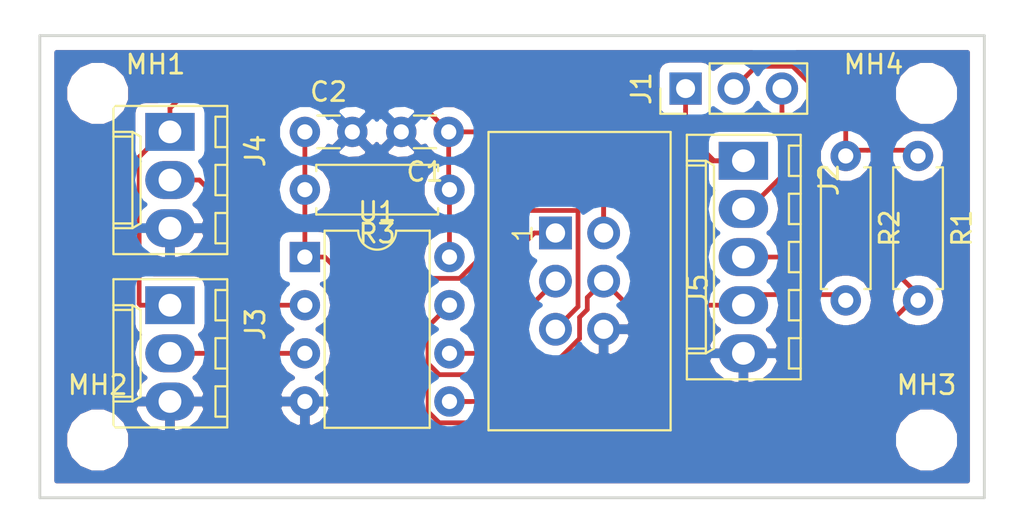
<source format=kicad_pcb>
(kicad_pcb (version 20171130) (host pcbnew "(5.0.0)")

  (general
    (thickness 1.6)
    (drawings 4)
    (tracks 80)
    (zones 0)
    (modules 15)
    (nets 11)
  )

  (page A4)
  (layers
    (0 F.Cu signal)
    (31 B.Cu signal)
    (32 B.Adhes user)
    (33 F.Adhes user)
    (34 B.Paste user)
    (35 F.Paste user)
    (36 B.SilkS user)
    (37 F.SilkS user)
    (38 B.Mask user)
    (39 F.Mask user)
    (40 Dwgs.User user)
    (41 Cmts.User user)
    (42 Eco1.User user)
    (43 Eco2.User user)
    (44 Edge.Cuts user)
    (45 Margin user)
    (46 B.CrtYd user)
    (47 F.CrtYd user)
    (48 B.Fab user)
    (49 F.Fab user)
  )

  (setup
    (last_trace_width 0.25)
    (trace_clearance 0.2)
    (zone_clearance 0.508)
    (zone_45_only no)
    (trace_min 0.2)
    (segment_width 0.2)
    (edge_width 0.15)
    (via_size 0.8)
    (via_drill 0.4)
    (via_min_size 0.4)
    (via_min_drill 0.3)
    (uvia_size 0.3)
    (uvia_drill 0.1)
    (uvias_allowed no)
    (uvia_min_size 0.2)
    (uvia_min_drill 0.1)
    (pcb_text_width 0.3)
    (pcb_text_size 1.5 1.5)
    (mod_edge_width 0.15)
    (mod_text_size 1 1)
    (mod_text_width 0.15)
    (pad_size 1.524 1.524)
    (pad_drill 0.762)
    (pad_to_mask_clearance 0.2)
    (aux_axis_origin 0 0)
    (visible_elements 7FFFFFFF)
    (pcbplotparams
      (layerselection 0x010fc_ffffffff)
      (usegerberextensions false)
      (usegerberattributes false)
      (usegerberadvancedattributes false)
      (creategerberjobfile false)
      (excludeedgelayer true)
      (linewidth 0.100000)
      (plotframeref false)
      (viasonmask false)
      (mode 1)
      (useauxorigin false)
      (hpglpennumber 1)
      (hpglpenspeed 20)
      (hpglpendiameter 15.000000)
      (psnegative false)
      (psa4output false)
      (plotreference true)
      (plotvalue true)
      (plotinvisibletext false)
      (padsonsilk false)
      (subtractmaskfromsilk false)
      (outputformat 1)
      (mirror false)
      (drillshape 0)
      (scaleselection 1)
      (outputdirectory "./plots"))
  )

  (net 0 "")
  (net 1 VCC)
  (net 2 GND)
  (net 3 /RESET)
  (net 4 "Net-(J1-Pad2)")
  (net 5 +3V3)
  (net 6 /SCL)
  (net 7 /SDA)
  (net 8 /ADC2)
  (net 9 /ADC3)
  (net 10 /MISO)

  (net_class Default "Dies ist die voreingestellte Netzklasse."
    (clearance 0.2)
    (trace_width 0.25)
    (via_dia 0.8)
    (via_drill 0.4)
    (uvia_dia 0.3)
    (uvia_drill 0.1)
    (add_net +3V3)
    (add_net /ADC2)
    (add_net /ADC3)
    (add_net /MISO)
    (add_net /RESET)
    (add_net /SCL)
    (add_net /SDA)
    (add_net GND)
    (add_net "Net-(J1-Pad2)")
    (add_net VCC)
  )

  (module Connectors:IDC_Header_Straight_6pins (layer F.Cu) (tedit 584BD5A1) (tstamp 5BB2FD74)
    (at 143.256 108.712 270)
    (descr "6 pins through hole IDC header")
    (tags "IDC header socket VASCH AVR ISP")
    (path /5BAB25B6)
    (fp_text reference J5 (at 3 -7.5 270) (layer F.SilkS)
      (effects (font (size 1 1) (thickness 0.15)))
    )
    (fp_text value Conn_02x03_Odd_Even (at 3 5 270) (layer F.Fab)
      (effects (font (size 1 1) (thickness 0.15)))
    )
    (fp_line (start -5.08 -5.82) (end 10.16 -5.82) (layer F.Fab) (width 0.1))
    (fp_line (start -4.54 -5.27) (end 9.6 -5.27) (layer F.Fab) (width 0.1))
    (fp_line (start -5.08 3.28) (end 10.16 3.28) (layer F.Fab) (width 0.1))
    (fp_line (start -4.54 2.73) (end 0.29 2.73) (layer F.Fab) (width 0.1))
    (fp_line (start 4.79 2.73) (end 9.6 2.73) (layer F.Fab) (width 0.1))
    (fp_line (start 0.29 2.73) (end 0.29 3.28) (layer F.Fab) (width 0.1))
    (fp_line (start 4.79 2.73) (end 4.79 3.28) (layer F.Fab) (width 0.1))
    (fp_line (start -5.08 -5.82) (end -5.08 3.28) (layer F.Fab) (width 0.1))
    (fp_line (start -4.54 -5.27) (end -4.54 2.73) (layer F.Fab) (width 0.1))
    (fp_line (start 10.16 -5.82) (end 10.16 3.28) (layer F.Fab) (width 0.1))
    (fp_line (start 9.6 -5.27) (end 9.6 2.73) (layer F.Fab) (width 0.1))
    (fp_line (start -5.08 -5.82) (end -4.54 -5.27) (layer F.Fab) (width 0.1))
    (fp_line (start 10.16 -5.82) (end 9.6 -5.27) (layer F.Fab) (width 0.1))
    (fp_line (start -5.08 3.28) (end -4.54 2.73) (layer F.Fab) (width 0.1))
    (fp_line (start 10.16 3.28) (end 9.6 2.73) (layer F.Fab) (width 0.1))
    (fp_line (start -5.58 -6.32) (end 10.66 -6.32) (layer F.CrtYd) (width 0.05))
    (fp_line (start 10.66 -6.32) (end 10.66 3.78) (layer F.CrtYd) (width 0.05))
    (fp_line (start 10.66 3.78) (end -5.58 3.78) (layer F.CrtYd) (width 0.05))
    (fp_line (start -5.58 3.78) (end -5.58 -6.32) (layer F.CrtYd) (width 0.05))
    (fp_text user 1 (at 0.02 1.72 270) (layer F.SilkS)
      (effects (font (size 1 1) (thickness 0.12)))
    )
    (fp_line (start -5.33 -6.07) (end 10.41 -6.07) (layer F.SilkS) (width 0.12))
    (fp_line (start 10.41 -6.07) (end 10.41 3.53) (layer F.SilkS) (width 0.12))
    (fp_line (start 10.41 3.53) (end -5.33 3.53) (layer F.SilkS) (width 0.12))
    (fp_line (start -5.33 3.53) (end -5.33 -6.07) (layer F.SilkS) (width 0.12))
    (pad 1 thru_hole rect (at 0 0 270) (size 1.7272 1.7272) (drill 1.016) (layers *.Cu *.Mask)
      (net 10 /MISO))
    (pad 2 thru_hole oval (at 0 -2.54 270) (size 1.7272 1.7272) (drill 1.016) (layers *.Cu *.Mask)
      (net 1 VCC))
    (pad 3 thru_hole oval (at 2.54 0 270) (size 1.7272 1.7272) (drill 1.016) (layers *.Cu *.Mask)
      (net 6 /SCL))
    (pad 4 thru_hole oval (at 2.54 -2.54 270) (size 1.7272 1.7272) (drill 1.016) (layers *.Cu *.Mask)
      (net 7 /SDA))
    (pad 5 thru_hole oval (at 5.08 0 270) (size 1.7272 1.7272) (drill 1.016) (layers *.Cu *.Mask)
      (net 3 /RESET))
    (pad 6 thru_hole oval (at 5.08 -2.54 270) (size 1.7272 1.7272) (drill 1.016) (layers *.Cu *.Mask)
      (net 2 GND))
  )

  (module Capacitors_THT:C_Disc_D3.0mm_W1.6mm_P2.50mm (layer F.Cu) (tedit 597BC7C2) (tstamp 5BAD6B9A)
    (at 137.628 103.378 180)
    (descr "C, Disc series, Radial, pin pitch=2.50mm, , diameter*width=3.0*1.6mm^2, Capacitor, http://www.vishay.com/docs/45233/krseries.pdf")
    (tags "C Disc series Radial pin pitch 2.50mm  diameter 3.0mm width 1.6mm Capacitor")
    (path /5BAB2811)
    (fp_text reference C1 (at 1.25 -2.11 180) (layer F.SilkS)
      (effects (font (size 1 1) (thickness 0.15)))
    )
    (fp_text value C (at 1.25 2.11 180) (layer F.Fab)
      (effects (font (size 1 1) (thickness 0.15)))
    )
    (fp_line (start -0.25 -0.8) (end -0.25 0.8) (layer F.Fab) (width 0.1))
    (fp_line (start -0.25 0.8) (end 2.75 0.8) (layer F.Fab) (width 0.1))
    (fp_line (start 2.75 0.8) (end 2.75 -0.8) (layer F.Fab) (width 0.1))
    (fp_line (start 2.75 -0.8) (end -0.25 -0.8) (layer F.Fab) (width 0.1))
    (fp_line (start 0.663 -0.861) (end 1.837 -0.861) (layer F.SilkS) (width 0.12))
    (fp_line (start 0.663 0.861) (end 1.837 0.861) (layer F.SilkS) (width 0.12))
    (fp_line (start -1.05 -1.15) (end -1.05 1.15) (layer F.CrtYd) (width 0.05))
    (fp_line (start -1.05 1.15) (end 3.55 1.15) (layer F.CrtYd) (width 0.05))
    (fp_line (start 3.55 1.15) (end 3.55 -1.15) (layer F.CrtYd) (width 0.05))
    (fp_line (start 3.55 -1.15) (end -1.05 -1.15) (layer F.CrtYd) (width 0.05))
    (fp_text user %R (at 1.25 0 180) (layer F.Fab)
      (effects (font (size 1 1) (thickness 0.15)))
    )
    (pad 1 thru_hole circle (at 0 0 180) (size 1.6 1.6) (drill 0.8) (layers *.Cu *.Mask)
      (net 1 VCC))
    (pad 2 thru_hole circle (at 2.5 0 180) (size 1.6 1.6) (drill 0.8) (layers *.Cu *.Mask)
      (net 2 GND))
    (model ${KISYS3DMOD}/Capacitors_THT.3dshapes/C_Disc_D3.0mm_W1.6mm_P2.50mm.wrl
      (at (xyz 0 0 0))
      (scale (xyz 1 1 1))
      (rotate (xyz 0 0 0))
    )
  )

  (module Capacitors_THT:C_Disc_D3.0mm_W1.6mm_P2.50mm (layer F.Cu) (tedit 597BC7C2) (tstamp 5BAD6BAB)
    (at 130.048 103.378)
    (descr "C, Disc series, Radial, pin pitch=2.50mm, , diameter*width=3.0*1.6mm^2, Capacitor, http://www.vishay.com/docs/45233/krseries.pdf")
    (tags "C Disc series Radial pin pitch 2.50mm  diameter 3.0mm width 1.6mm Capacitor")
    (path /5BAB287C)
    (fp_text reference C2 (at 1.25 -2.11) (layer F.SilkS)
      (effects (font (size 1 1) (thickness 0.15)))
    )
    (fp_text value C (at 1.25 2.11) (layer F.Fab)
      (effects (font (size 1 1) (thickness 0.15)))
    )
    (fp_text user %R (at 1.25 0) (layer F.Fab)
      (effects (font (size 1 1) (thickness 0.15)))
    )
    (fp_line (start 3.55 -1.15) (end -1.05 -1.15) (layer F.CrtYd) (width 0.05))
    (fp_line (start 3.55 1.15) (end 3.55 -1.15) (layer F.CrtYd) (width 0.05))
    (fp_line (start -1.05 1.15) (end 3.55 1.15) (layer F.CrtYd) (width 0.05))
    (fp_line (start -1.05 -1.15) (end -1.05 1.15) (layer F.CrtYd) (width 0.05))
    (fp_line (start 0.663 0.861) (end 1.837 0.861) (layer F.SilkS) (width 0.12))
    (fp_line (start 0.663 -0.861) (end 1.837 -0.861) (layer F.SilkS) (width 0.12))
    (fp_line (start 2.75 -0.8) (end -0.25 -0.8) (layer F.Fab) (width 0.1))
    (fp_line (start 2.75 0.8) (end 2.75 -0.8) (layer F.Fab) (width 0.1))
    (fp_line (start -0.25 0.8) (end 2.75 0.8) (layer F.Fab) (width 0.1))
    (fp_line (start -0.25 -0.8) (end -0.25 0.8) (layer F.Fab) (width 0.1))
    (pad 2 thru_hole circle (at 2.5 0) (size 1.6 1.6) (drill 0.8) (layers *.Cu *.Mask)
      (net 2 GND))
    (pad 1 thru_hole circle (at 0 0) (size 1.6 1.6) (drill 0.8) (layers *.Cu *.Mask)
      (net 3 /RESET))
    (model ${KISYS3DMOD}/Capacitors_THT.3dshapes/C_Disc_D3.0mm_W1.6mm_P2.50mm.wrl
      (at (xyz 0 0 0))
      (scale (xyz 1 1 1))
      (rotate (xyz 0 0 0))
    )
  )

  (module Connectors_Molex:Molex_KK-6410-05_05x2.54mm_Straight (layer F.Cu) (tedit 58EE6EEA) (tstamp 5BAD6FD2)
    (at 153.162 104.902 270)
    (descr "Connector Headers with Friction Lock, 22-27-2051, http://www.molex.com/pdm_docs/sd/022272021_sd.pdf")
    (tags "connector molex kk_6410 22-27-2051")
    (path /5BAB33C1)
    (fp_text reference J2 (at 1 -4.5 270) (layer F.SilkS)
      (effects (font (size 1 1) (thickness 0.15)))
    )
    (fp_text value Conn_01x05 (at 5.08 4.5 270) (layer F.Fab)
      (effects (font (size 1 1) (thickness 0.15)))
    )
    (fp_line (start -1.47 -3.12) (end -1.47 3.08) (layer F.Fab) (width 0.12))
    (fp_line (start -1.47 3.08) (end 11.63 3.08) (layer F.Fab) (width 0.12))
    (fp_line (start 11.63 3.08) (end 11.63 -3.12) (layer F.Fab) (width 0.12))
    (fp_line (start 11.63 -3.12) (end -1.47 -3.12) (layer F.Fab) (width 0.12))
    (fp_line (start -1.37 -3.02) (end -1.37 2.98) (layer F.SilkS) (width 0.12))
    (fp_line (start -1.37 2.98) (end 11.53 2.98) (layer F.SilkS) (width 0.12))
    (fp_line (start 11.53 2.98) (end 11.53 -3.02) (layer F.SilkS) (width 0.12))
    (fp_line (start 11.53 -3.02) (end -1.37 -3.02) (layer F.SilkS) (width 0.12))
    (fp_line (start 0 2.98) (end 0 1.98) (layer F.SilkS) (width 0.12))
    (fp_line (start 0 1.98) (end 10.16 1.98) (layer F.SilkS) (width 0.12))
    (fp_line (start 10.16 1.98) (end 10.16 2.98) (layer F.SilkS) (width 0.12))
    (fp_line (start 0 1.98) (end 0.25 1.55) (layer F.SilkS) (width 0.12))
    (fp_line (start 0.25 1.55) (end 9.91 1.55) (layer F.SilkS) (width 0.12))
    (fp_line (start 9.91 1.55) (end 10.16 1.98) (layer F.SilkS) (width 0.12))
    (fp_line (start 0.25 2.98) (end 0.25 1.98) (layer F.SilkS) (width 0.12))
    (fp_line (start 9.91 2.98) (end 9.91 1.98) (layer F.SilkS) (width 0.12))
    (fp_line (start -0.8 -3.02) (end -0.8 -2.4) (layer F.SilkS) (width 0.12))
    (fp_line (start -0.8 -2.4) (end 0.8 -2.4) (layer F.SilkS) (width 0.12))
    (fp_line (start 0.8 -2.4) (end 0.8 -3.02) (layer F.SilkS) (width 0.12))
    (fp_line (start 1.74 -3.02) (end 1.74 -2.4) (layer F.SilkS) (width 0.12))
    (fp_line (start 1.74 -2.4) (end 3.34 -2.4) (layer F.SilkS) (width 0.12))
    (fp_line (start 3.34 -2.4) (end 3.34 -3.02) (layer F.SilkS) (width 0.12))
    (fp_line (start 4.28 -3.02) (end 4.28 -2.4) (layer F.SilkS) (width 0.12))
    (fp_line (start 4.28 -2.4) (end 5.88 -2.4) (layer F.SilkS) (width 0.12))
    (fp_line (start 5.88 -2.4) (end 5.88 -3.02) (layer F.SilkS) (width 0.12))
    (fp_line (start 6.82 -3.02) (end 6.82 -2.4) (layer F.SilkS) (width 0.12))
    (fp_line (start 6.82 -2.4) (end 8.42 -2.4) (layer F.SilkS) (width 0.12))
    (fp_line (start 8.42 -2.4) (end 8.42 -3.02) (layer F.SilkS) (width 0.12))
    (fp_line (start 9.36 -3.02) (end 9.36 -2.4) (layer F.SilkS) (width 0.12))
    (fp_line (start 9.36 -2.4) (end 10.96 -2.4) (layer F.SilkS) (width 0.12))
    (fp_line (start 10.96 -2.4) (end 10.96 -3.02) (layer F.SilkS) (width 0.12))
    (fp_line (start -1.9 3.5) (end -1.9 -3.55) (layer F.CrtYd) (width 0.05))
    (fp_line (start -1.9 -3.55) (end 12.05 -3.55) (layer F.CrtYd) (width 0.05))
    (fp_line (start 12.05 -3.55) (end 12.05 3.5) (layer F.CrtYd) (width 0.05))
    (fp_line (start 12.05 3.5) (end -1.9 3.5) (layer F.CrtYd) (width 0.05))
    (fp_text user %R (at 5.08 0 270) (layer F.Fab)
      (effects (font (size 1 1) (thickness 0.15)))
    )
    (pad 1 thru_hole rect (at 0 0 270) (size 2 2.6) (drill 1.2) (layers *.Cu *.Mask)
      (net 1 VCC))
    (pad 2 thru_hole oval (at 2.54 0 270) (size 2 2.6) (drill 1.2) (layers *.Cu *.Mask)
      (net 5 +3V3))
    (pad 3 thru_hole oval (at 5.08 0 270) (size 2 2.6) (drill 1.2) (layers *.Cu *.Mask)
      (net 6 /SCL))
    (pad 4 thru_hole oval (at 7.62 0 270) (size 2 2.6) (drill 1.2) (layers *.Cu *.Mask)
      (net 7 /SDA))
    (pad 5 thru_hole oval (at 10.16 0 270) (size 2 2.6) (drill 1.2) (layers *.Cu *.Mask)
      (net 2 GND))
    (model ${KISYS3DMOD}/Connectors_Molex.3dshapes/Molex_KK-6410-05_05x2.54mm_Straight.wrl
      (at (xyz 0 0 0))
      (scale (xyz 1 1 1))
      (rotate (xyz 0 0 0))
    )
  )

  (module Connectors_Molex:Molex_KK-6410-03_03x2.54mm_Straight (layer F.Cu) (tedit 58EE6EE6) (tstamp 5BAD6C22)
    (at 122.936 112.522 270)
    (descr "Connector Headers with Friction Lock, 22-27-2031, http://www.molex.com/pdm_docs/sd/022272021_sd.pdf")
    (tags "connector molex kk_6410 22-27-2031")
    (path /5BAB2658)
    (fp_text reference J3 (at 1 -4.5 270) (layer F.SilkS)
      (effects (font (size 1 1) (thickness 0.15)))
    )
    (fp_text value Conn_01x03 (at 2.54 4.5 270) (layer F.Fab)
      (effects (font (size 1 1) (thickness 0.15)))
    )
    (fp_line (start -1.47 -3.12) (end -1.47 3.08) (layer F.Fab) (width 0.12))
    (fp_line (start -1.47 3.08) (end 6.55 3.08) (layer F.Fab) (width 0.12))
    (fp_line (start 6.55 3.08) (end 6.55 -3.12) (layer F.Fab) (width 0.12))
    (fp_line (start 6.55 -3.12) (end -1.47 -3.12) (layer F.Fab) (width 0.12))
    (fp_line (start -1.37 -3.02) (end -1.37 2.98) (layer F.SilkS) (width 0.12))
    (fp_line (start -1.37 2.98) (end 6.45 2.98) (layer F.SilkS) (width 0.12))
    (fp_line (start 6.45 2.98) (end 6.45 -3.02) (layer F.SilkS) (width 0.12))
    (fp_line (start 6.45 -3.02) (end -1.37 -3.02) (layer F.SilkS) (width 0.12))
    (fp_line (start 0 2.98) (end 0 1.98) (layer F.SilkS) (width 0.12))
    (fp_line (start 0 1.98) (end 5.08 1.98) (layer F.SilkS) (width 0.12))
    (fp_line (start 5.08 1.98) (end 5.08 2.98) (layer F.SilkS) (width 0.12))
    (fp_line (start 0 1.98) (end 0.25 1.55) (layer F.SilkS) (width 0.12))
    (fp_line (start 0.25 1.55) (end 4.83 1.55) (layer F.SilkS) (width 0.12))
    (fp_line (start 4.83 1.55) (end 5.08 1.98) (layer F.SilkS) (width 0.12))
    (fp_line (start 0.25 2.98) (end 0.25 1.98) (layer F.SilkS) (width 0.12))
    (fp_line (start 4.83 2.98) (end 4.83 1.98) (layer F.SilkS) (width 0.12))
    (fp_line (start -0.8 -3.02) (end -0.8 -2.4) (layer F.SilkS) (width 0.12))
    (fp_line (start -0.8 -2.4) (end 0.8 -2.4) (layer F.SilkS) (width 0.12))
    (fp_line (start 0.8 -2.4) (end 0.8 -3.02) (layer F.SilkS) (width 0.12))
    (fp_line (start 1.74 -3.02) (end 1.74 -2.4) (layer F.SilkS) (width 0.12))
    (fp_line (start 1.74 -2.4) (end 3.34 -2.4) (layer F.SilkS) (width 0.12))
    (fp_line (start 3.34 -2.4) (end 3.34 -3.02) (layer F.SilkS) (width 0.12))
    (fp_line (start 4.28 -3.02) (end 4.28 -2.4) (layer F.SilkS) (width 0.12))
    (fp_line (start 4.28 -2.4) (end 5.88 -2.4) (layer F.SilkS) (width 0.12))
    (fp_line (start 5.88 -2.4) (end 5.88 -3.02) (layer F.SilkS) (width 0.12))
    (fp_line (start -1.9 3.5) (end -1.9 -3.55) (layer F.CrtYd) (width 0.05))
    (fp_line (start -1.9 -3.55) (end 7 -3.55) (layer F.CrtYd) (width 0.05))
    (fp_line (start 7 -3.55) (end 7 3.5) (layer F.CrtYd) (width 0.05))
    (fp_line (start 7 3.5) (end -1.9 3.5) (layer F.CrtYd) (width 0.05))
    (fp_text user %R (at 2.54 0 270) (layer F.Fab)
      (effects (font (size 1 1) (thickness 0.15)))
    )
    (pad 1 thru_hole rect (at 0 0 270) (size 2 2.6) (drill 1.2) (layers *.Cu *.Mask)
      (net 1 VCC))
    (pad 2 thru_hole oval (at 2.54 0 270) (size 2 2.6) (drill 1.2) (layers *.Cu *.Mask)
      (net 8 /ADC2))
    (pad 3 thru_hole oval (at 5.08 0 270) (size 2 2.6) (drill 1.2) (layers *.Cu *.Mask)
      (net 2 GND))
    (model ${KISYS3DMOD}/Connectors_Molex.3dshapes/Molex_KK-6410-03_03x2.54mm_Straight.wrl
      (at (xyz 0 0 0))
      (scale (xyz 1 1 1))
      (rotate (xyz 0 0 0))
    )
  )

  (module Connectors_Molex:Molex_KK-6410-03_03x2.54mm_Straight (layer F.Cu) (tedit 58EE6EE6) (tstamp 5BAD6C47)
    (at 122.936 103.378 270)
    (descr "Connector Headers with Friction Lock, 22-27-2031, http://www.molex.com/pdm_docs/sd/022272021_sd.pdf")
    (tags "connector molex kk_6410 22-27-2031")
    (path /5BAB26A0)
    (fp_text reference J4 (at 1 -4.5 270) (layer F.SilkS)
      (effects (font (size 1 1) (thickness 0.15)))
    )
    (fp_text value Conn_01x03 (at 2.54 4.5 270) (layer F.Fab)
      (effects (font (size 1 1) (thickness 0.15)))
    )
    (fp_text user %R (at 2.54 0 270) (layer F.Fab)
      (effects (font (size 1 1) (thickness 0.15)))
    )
    (fp_line (start 7 3.5) (end -1.9 3.5) (layer F.CrtYd) (width 0.05))
    (fp_line (start 7 -3.55) (end 7 3.5) (layer F.CrtYd) (width 0.05))
    (fp_line (start -1.9 -3.55) (end 7 -3.55) (layer F.CrtYd) (width 0.05))
    (fp_line (start -1.9 3.5) (end -1.9 -3.55) (layer F.CrtYd) (width 0.05))
    (fp_line (start 5.88 -2.4) (end 5.88 -3.02) (layer F.SilkS) (width 0.12))
    (fp_line (start 4.28 -2.4) (end 5.88 -2.4) (layer F.SilkS) (width 0.12))
    (fp_line (start 4.28 -3.02) (end 4.28 -2.4) (layer F.SilkS) (width 0.12))
    (fp_line (start 3.34 -2.4) (end 3.34 -3.02) (layer F.SilkS) (width 0.12))
    (fp_line (start 1.74 -2.4) (end 3.34 -2.4) (layer F.SilkS) (width 0.12))
    (fp_line (start 1.74 -3.02) (end 1.74 -2.4) (layer F.SilkS) (width 0.12))
    (fp_line (start 0.8 -2.4) (end 0.8 -3.02) (layer F.SilkS) (width 0.12))
    (fp_line (start -0.8 -2.4) (end 0.8 -2.4) (layer F.SilkS) (width 0.12))
    (fp_line (start -0.8 -3.02) (end -0.8 -2.4) (layer F.SilkS) (width 0.12))
    (fp_line (start 4.83 2.98) (end 4.83 1.98) (layer F.SilkS) (width 0.12))
    (fp_line (start 0.25 2.98) (end 0.25 1.98) (layer F.SilkS) (width 0.12))
    (fp_line (start 4.83 1.55) (end 5.08 1.98) (layer F.SilkS) (width 0.12))
    (fp_line (start 0.25 1.55) (end 4.83 1.55) (layer F.SilkS) (width 0.12))
    (fp_line (start 0 1.98) (end 0.25 1.55) (layer F.SilkS) (width 0.12))
    (fp_line (start 5.08 1.98) (end 5.08 2.98) (layer F.SilkS) (width 0.12))
    (fp_line (start 0 1.98) (end 5.08 1.98) (layer F.SilkS) (width 0.12))
    (fp_line (start 0 2.98) (end 0 1.98) (layer F.SilkS) (width 0.12))
    (fp_line (start 6.45 -3.02) (end -1.37 -3.02) (layer F.SilkS) (width 0.12))
    (fp_line (start 6.45 2.98) (end 6.45 -3.02) (layer F.SilkS) (width 0.12))
    (fp_line (start -1.37 2.98) (end 6.45 2.98) (layer F.SilkS) (width 0.12))
    (fp_line (start -1.37 -3.02) (end -1.37 2.98) (layer F.SilkS) (width 0.12))
    (fp_line (start 6.55 -3.12) (end -1.47 -3.12) (layer F.Fab) (width 0.12))
    (fp_line (start 6.55 3.08) (end 6.55 -3.12) (layer F.Fab) (width 0.12))
    (fp_line (start -1.47 3.08) (end 6.55 3.08) (layer F.Fab) (width 0.12))
    (fp_line (start -1.47 -3.12) (end -1.47 3.08) (layer F.Fab) (width 0.12))
    (pad 3 thru_hole oval (at 5.08 0 270) (size 2 2.6) (drill 1.2) (layers *.Cu *.Mask)
      (net 2 GND))
    (pad 2 thru_hole oval (at 2.54 0 270) (size 2 2.6) (drill 1.2) (layers *.Cu *.Mask)
      (net 9 /ADC3))
    (pad 1 thru_hole rect (at 0 0 270) (size 2 2.6) (drill 1.2) (layers *.Cu *.Mask)
      (net 1 VCC))
    (model ${KISYS3DMOD}/Connectors_Molex.3dshapes/Molex_KK-6410-03_03x2.54mm_Straight.wrl
      (at (xyz 0 0 0))
      (scale (xyz 1 1 1))
      (rotate (xyz 0 0 0))
    )
  )

  (module Resistors_THT:R_Axial_DIN0207_L6.3mm_D2.5mm_P7.62mm_Horizontal (layer F.Cu) (tedit 5874F706) (tstamp 5BAD717C)
    (at 162.366672 104.648 270)
    (descr "Resistor, Axial_DIN0207 series, Axial, Horizontal, pin pitch=7.62mm, 0.25W = 1/4W, length*diameter=6.3*2.5mm^2, http://cdn-reichelt.de/documents/datenblatt/B400/1_4W%23YAG.pdf")
    (tags "Resistor Axial_DIN0207 series Axial Horizontal pin pitch 7.62mm 0.25W = 1/4W length 6.3mm diameter 2.5mm")
    (path /5BAB2C80)
    (fp_text reference R1 (at 3.81 -2.31 270) (layer F.SilkS)
      (effects (font (size 1 1) (thickness 0.15)))
    )
    (fp_text value R (at 3.81 2.31 270) (layer F.Fab)
      (effects (font (size 1 1) (thickness 0.15)))
    )
    (fp_line (start 8.7 -1.6) (end -1.05 -1.6) (layer F.CrtYd) (width 0.05))
    (fp_line (start 8.7 1.6) (end 8.7 -1.6) (layer F.CrtYd) (width 0.05))
    (fp_line (start -1.05 1.6) (end 8.7 1.6) (layer F.CrtYd) (width 0.05))
    (fp_line (start -1.05 -1.6) (end -1.05 1.6) (layer F.CrtYd) (width 0.05))
    (fp_line (start 7.02 1.31) (end 7.02 0.98) (layer F.SilkS) (width 0.12))
    (fp_line (start 0.6 1.31) (end 7.02 1.31) (layer F.SilkS) (width 0.12))
    (fp_line (start 0.6 0.98) (end 0.6 1.31) (layer F.SilkS) (width 0.12))
    (fp_line (start 7.02 -1.31) (end 7.02 -0.98) (layer F.SilkS) (width 0.12))
    (fp_line (start 0.6 -1.31) (end 7.02 -1.31) (layer F.SilkS) (width 0.12))
    (fp_line (start 0.6 -0.98) (end 0.6 -1.31) (layer F.SilkS) (width 0.12))
    (fp_line (start 7.62 0) (end 6.96 0) (layer F.Fab) (width 0.1))
    (fp_line (start 0 0) (end 0.66 0) (layer F.Fab) (width 0.1))
    (fp_line (start 6.96 -1.25) (end 0.66 -1.25) (layer F.Fab) (width 0.1))
    (fp_line (start 6.96 1.25) (end 6.96 -1.25) (layer F.Fab) (width 0.1))
    (fp_line (start 0.66 1.25) (end 6.96 1.25) (layer F.Fab) (width 0.1))
    (fp_line (start 0.66 -1.25) (end 0.66 1.25) (layer F.Fab) (width 0.1))
    (pad 2 thru_hole oval (at 7.62 0 270) (size 1.6 1.6) (drill 0.8) (layers *.Cu *.Mask)
      (net 6 /SCL))
    (pad 1 thru_hole circle (at 0 0 270) (size 1.6 1.6) (drill 0.8) (layers *.Cu *.Mask)
      (net 4 "Net-(J1-Pad2)"))
    (model ${KISYS3DMOD}/Resistors_THT.3dshapes/R_Axial_DIN0207_L6.3mm_D2.5mm_P7.62mm_Horizontal.wrl
      (at (xyz 0 0 0))
      (scale (xyz 0.393701 0.393701 0.393701))
      (rotate (xyz 0 0 0))
    )
  )

  (module Resistors_THT:R_Axial_DIN0207_L6.3mm_D2.5mm_P7.62mm_Horizontal (layer F.Cu) (tedit 5874F706) (tstamp 5BAD6C95)
    (at 158.556672 104.648 270)
    (descr "Resistor, Axial_DIN0207 series, Axial, Horizontal, pin pitch=7.62mm, 0.25W = 1/4W, length*diameter=6.3*2.5mm^2, http://cdn-reichelt.de/documents/datenblatt/B400/1_4W%23YAG.pdf")
    (tags "Resistor Axial_DIN0207 series Axial Horizontal pin pitch 7.62mm 0.25W = 1/4W length 6.3mm diameter 2.5mm")
    (path /5BAB2CE9)
    (fp_text reference R2 (at 3.81 -2.31 270) (layer F.SilkS)
      (effects (font (size 1 1) (thickness 0.15)))
    )
    (fp_text value R (at 3.81 2.31 270) (layer F.Fab)
      (effects (font (size 1 1) (thickness 0.15)))
    )
    (fp_line (start 0.66 -1.25) (end 0.66 1.25) (layer F.Fab) (width 0.1))
    (fp_line (start 0.66 1.25) (end 6.96 1.25) (layer F.Fab) (width 0.1))
    (fp_line (start 6.96 1.25) (end 6.96 -1.25) (layer F.Fab) (width 0.1))
    (fp_line (start 6.96 -1.25) (end 0.66 -1.25) (layer F.Fab) (width 0.1))
    (fp_line (start 0 0) (end 0.66 0) (layer F.Fab) (width 0.1))
    (fp_line (start 7.62 0) (end 6.96 0) (layer F.Fab) (width 0.1))
    (fp_line (start 0.6 -0.98) (end 0.6 -1.31) (layer F.SilkS) (width 0.12))
    (fp_line (start 0.6 -1.31) (end 7.02 -1.31) (layer F.SilkS) (width 0.12))
    (fp_line (start 7.02 -1.31) (end 7.02 -0.98) (layer F.SilkS) (width 0.12))
    (fp_line (start 0.6 0.98) (end 0.6 1.31) (layer F.SilkS) (width 0.12))
    (fp_line (start 0.6 1.31) (end 7.02 1.31) (layer F.SilkS) (width 0.12))
    (fp_line (start 7.02 1.31) (end 7.02 0.98) (layer F.SilkS) (width 0.12))
    (fp_line (start -1.05 -1.6) (end -1.05 1.6) (layer F.CrtYd) (width 0.05))
    (fp_line (start -1.05 1.6) (end 8.7 1.6) (layer F.CrtYd) (width 0.05))
    (fp_line (start 8.7 1.6) (end 8.7 -1.6) (layer F.CrtYd) (width 0.05))
    (fp_line (start 8.7 -1.6) (end -1.05 -1.6) (layer F.CrtYd) (width 0.05))
    (pad 1 thru_hole circle (at 0 0 270) (size 1.6 1.6) (drill 0.8) (layers *.Cu *.Mask)
      (net 4 "Net-(J1-Pad2)"))
    (pad 2 thru_hole oval (at 7.62 0 270) (size 1.6 1.6) (drill 0.8) (layers *.Cu *.Mask)
      (net 7 /SDA))
    (model ${KISYS3DMOD}/Resistors_THT.3dshapes/R_Axial_DIN0207_L6.3mm_D2.5mm_P7.62mm_Horizontal.wrl
      (at (xyz 0 0 0))
      (scale (xyz 0.393701 0.393701 0.393701))
      (rotate (xyz 0 0 0))
    )
  )

  (module Resistors_THT:R_Axial_DIN0207_L6.3mm_D2.5mm_P7.62mm_Horizontal (layer F.Cu) (tedit 5874F706) (tstamp 5BAD6CAB)
    (at 137.668 106.426 180)
    (descr "Resistor, Axial_DIN0207 series, Axial, Horizontal, pin pitch=7.62mm, 0.25W = 1/4W, length*diameter=6.3*2.5mm^2, http://cdn-reichelt.de/documents/datenblatt/B400/1_4W%23YAG.pdf")
    (tags "Resistor Axial_DIN0207 series Axial Horizontal pin pitch 7.62mm 0.25W = 1/4W length 6.3mm diameter 2.5mm")
    (path /5BAB2487)
    (fp_text reference R3 (at 3.81 -2.31 180) (layer F.SilkS)
      (effects (font (size 1 1) (thickness 0.15)))
    )
    (fp_text value R (at 3.81 2.31 180) (layer F.Fab)
      (effects (font (size 1 1) (thickness 0.15)))
    )
    (fp_line (start 0.66 -1.25) (end 0.66 1.25) (layer F.Fab) (width 0.1))
    (fp_line (start 0.66 1.25) (end 6.96 1.25) (layer F.Fab) (width 0.1))
    (fp_line (start 6.96 1.25) (end 6.96 -1.25) (layer F.Fab) (width 0.1))
    (fp_line (start 6.96 -1.25) (end 0.66 -1.25) (layer F.Fab) (width 0.1))
    (fp_line (start 0 0) (end 0.66 0) (layer F.Fab) (width 0.1))
    (fp_line (start 7.62 0) (end 6.96 0) (layer F.Fab) (width 0.1))
    (fp_line (start 0.6 -0.98) (end 0.6 -1.31) (layer F.SilkS) (width 0.12))
    (fp_line (start 0.6 -1.31) (end 7.02 -1.31) (layer F.SilkS) (width 0.12))
    (fp_line (start 7.02 -1.31) (end 7.02 -0.98) (layer F.SilkS) (width 0.12))
    (fp_line (start 0.6 0.98) (end 0.6 1.31) (layer F.SilkS) (width 0.12))
    (fp_line (start 0.6 1.31) (end 7.02 1.31) (layer F.SilkS) (width 0.12))
    (fp_line (start 7.02 1.31) (end 7.02 0.98) (layer F.SilkS) (width 0.12))
    (fp_line (start -1.05 -1.6) (end -1.05 1.6) (layer F.CrtYd) (width 0.05))
    (fp_line (start -1.05 1.6) (end 8.7 1.6) (layer F.CrtYd) (width 0.05))
    (fp_line (start 8.7 1.6) (end 8.7 -1.6) (layer F.CrtYd) (width 0.05))
    (fp_line (start 8.7 -1.6) (end -1.05 -1.6) (layer F.CrtYd) (width 0.05))
    (pad 1 thru_hole circle (at 0 0 180) (size 1.6 1.6) (drill 0.8) (layers *.Cu *.Mask)
      (net 1 VCC))
    (pad 2 thru_hole oval (at 7.62 0 180) (size 1.6 1.6) (drill 0.8) (layers *.Cu *.Mask)
      (net 3 /RESET))
    (model ${KISYS3DMOD}/Resistors_THT.3dshapes/R_Axial_DIN0207_L6.3mm_D2.5mm_P7.62mm_Horizontal.wrl
      (at (xyz 0 0 0))
      (scale (xyz 0.393701 0.393701 0.393701))
      (rotate (xyz 0 0 0))
    )
  )

  (module Housings_DIP:DIP-8_W7.62mm (layer F.Cu) (tedit 58CC8E33) (tstamp 5BAD6F12)
    (at 130.048 109.982)
    (descr "8-lead dip package, row spacing 7.62 mm (300 mils)")
    (tags "DIL DIP PDIP 2.54mm 7.62mm 300mil")
    (path /5BAB2456)
    (fp_text reference U1 (at 3.81 -2.39) (layer F.SilkS)
      (effects (font (size 1 1) (thickness 0.15)))
    )
    (fp_text value ATtiny85-20PU (at 3.81 10.01) (layer F.Fab)
      (effects (font (size 1 1) (thickness 0.15)))
    )
    (fp_text user %R (at 3.81 3.81) (layer F.Fab)
      (effects (font (size 1 1) (thickness 0.15)))
    )
    (fp_line (start 1.635 -1.27) (end 6.985 -1.27) (layer F.Fab) (width 0.1))
    (fp_line (start 6.985 -1.27) (end 6.985 8.89) (layer F.Fab) (width 0.1))
    (fp_line (start 6.985 8.89) (end 0.635 8.89) (layer F.Fab) (width 0.1))
    (fp_line (start 0.635 8.89) (end 0.635 -0.27) (layer F.Fab) (width 0.1))
    (fp_line (start 0.635 -0.27) (end 1.635 -1.27) (layer F.Fab) (width 0.1))
    (fp_line (start 2.81 -1.39) (end 1.04 -1.39) (layer F.SilkS) (width 0.12))
    (fp_line (start 1.04 -1.39) (end 1.04 9.01) (layer F.SilkS) (width 0.12))
    (fp_line (start 1.04 9.01) (end 6.58 9.01) (layer F.SilkS) (width 0.12))
    (fp_line (start 6.58 9.01) (end 6.58 -1.39) (layer F.SilkS) (width 0.12))
    (fp_line (start 6.58 -1.39) (end 4.81 -1.39) (layer F.SilkS) (width 0.12))
    (fp_line (start -1.1 -1.6) (end -1.1 9.2) (layer F.CrtYd) (width 0.05))
    (fp_line (start -1.1 9.2) (end 8.7 9.2) (layer F.CrtYd) (width 0.05))
    (fp_line (start 8.7 9.2) (end 8.7 -1.6) (layer F.CrtYd) (width 0.05))
    (fp_line (start 8.7 -1.6) (end -1.1 -1.6) (layer F.CrtYd) (width 0.05))
    (fp_arc (start 3.81 -1.39) (end 2.81 -1.39) (angle -180) (layer F.SilkS) (width 0.12))
    (pad 1 thru_hole rect (at 0 0) (size 1.6 1.6) (drill 0.8) (layers *.Cu *.Mask)
      (net 3 /RESET))
    (pad 5 thru_hole oval (at 7.62 7.62) (size 1.6 1.6) (drill 0.8) (layers *.Cu *.Mask)
      (net 7 /SDA))
    (pad 2 thru_hole oval (at 0 2.54) (size 1.6 1.6) (drill 0.8) (layers *.Cu *.Mask)
      (net 9 /ADC3))
    (pad 6 thru_hole oval (at 7.62 5.08) (size 1.6 1.6) (drill 0.8) (layers *.Cu *.Mask)
      (net 10 /MISO))
    (pad 3 thru_hole oval (at 0 5.08) (size 1.6 1.6) (drill 0.8) (layers *.Cu *.Mask)
      (net 8 /ADC2))
    (pad 7 thru_hole oval (at 7.62 2.54) (size 1.6 1.6) (drill 0.8) (layers *.Cu *.Mask)
      (net 6 /SCL))
    (pad 4 thru_hole oval (at 0 7.62) (size 1.6 1.6) (drill 0.8) (layers *.Cu *.Mask)
      (net 2 GND))
    (pad 8 thru_hole oval (at 7.62 0) (size 1.6 1.6) (drill 0.8) (layers *.Cu *.Mask)
      (net 1 VCC))
    (model ${KISYS3DMOD}/Housings_DIP.3dshapes/DIP-8_W7.62mm.wrl
      (at (xyz 0 0 0))
      (scale (xyz 1 1 1))
      (rotate (xyz 0 0 0))
    )
  )

  (module Connector_PinHeader_2.54mm:PinHeader_1x03_P2.54mm_Vertical (layer F.Cu) (tedit 59FED5CC) (tstamp 5BB2FCD9)
    (at 150.114 101.092 90)
    (descr "Through hole straight pin header, 1x03, 2.54mm pitch, single row")
    (tags "Through hole pin header THT 1x03 2.54mm single row")
    (path /5BAB2B22)
    (fp_text reference J1 (at 0 -2.33 90) (layer F.SilkS)
      (effects (font (size 1 1) (thickness 0.15)))
    )
    (fp_text value Conn_01x03 (at 0 7.41 90) (layer F.Fab)
      (effects (font (size 1 1) (thickness 0.15)))
    )
    (fp_line (start -0.635 -1.27) (end 1.27 -1.27) (layer F.Fab) (width 0.1))
    (fp_line (start 1.27 -1.27) (end 1.27 6.35) (layer F.Fab) (width 0.1))
    (fp_line (start 1.27 6.35) (end -1.27 6.35) (layer F.Fab) (width 0.1))
    (fp_line (start -1.27 6.35) (end -1.27 -0.635) (layer F.Fab) (width 0.1))
    (fp_line (start -1.27 -0.635) (end -0.635 -1.27) (layer F.Fab) (width 0.1))
    (fp_line (start -1.33 6.41) (end 1.33 6.41) (layer F.SilkS) (width 0.12))
    (fp_line (start -1.33 1.27) (end -1.33 6.41) (layer F.SilkS) (width 0.12))
    (fp_line (start 1.33 1.27) (end 1.33 6.41) (layer F.SilkS) (width 0.12))
    (fp_line (start -1.33 1.27) (end 1.33 1.27) (layer F.SilkS) (width 0.12))
    (fp_line (start -1.33 0) (end -1.33 -1.33) (layer F.SilkS) (width 0.12))
    (fp_line (start -1.33 -1.33) (end 0 -1.33) (layer F.SilkS) (width 0.12))
    (fp_line (start -1.8 -1.8) (end -1.8 6.85) (layer F.CrtYd) (width 0.05))
    (fp_line (start -1.8 6.85) (end 1.8 6.85) (layer F.CrtYd) (width 0.05))
    (fp_line (start 1.8 6.85) (end 1.8 -1.8) (layer F.CrtYd) (width 0.05))
    (fp_line (start 1.8 -1.8) (end -1.8 -1.8) (layer F.CrtYd) (width 0.05))
    (fp_text user %R (at 0 2.54 180) (layer F.Fab)
      (effects (font (size 1 1) (thickness 0.15)))
    )
    (pad 1 thru_hole rect (at 0 0 90) (size 1.7 1.7) (drill 1) (layers *.Cu *.Mask)
      (net 1 VCC))
    (pad 2 thru_hole oval (at 0 2.54 90) (size 1.7 1.7) (drill 1) (layers *.Cu *.Mask)
      (net 4 "Net-(J1-Pad2)"))
    (pad 3 thru_hole oval (at 0 5.08 90) (size 1.7 1.7) (drill 1) (layers *.Cu *.Mask)
      (net 5 +3V3))
    (model ${KISYS3DMOD}/Connector_PinHeader_2.54mm.3dshapes/PinHeader_1x03_P2.54mm_Vertical.wrl
      (at (xyz 0 0 0))
      (scale (xyz 1 1 1))
      (rotate (xyz 0 0 0))
    )
  )

  (module Mounting_Holes:MountingHole_2.2mm_M2_DIN965 (layer F.Cu) (tedit 56D1B4CB) (tstamp 5BAE2A1A)
    (at 119.126 101.346)
    (descr "Mounting Hole 2.2mm, no annular, M2, DIN965")
    (tags "mounting hole 2.2mm no annular m2 din965")
    (path /5BAB4430)
    (fp_text reference MH1 (at 3.048 -1.524) (layer F.SilkS)
      (effects (font (size 1 1) (thickness 0.15)))
    )
    (fp_text value MountingHole (at 0 2.9) (layer F.Fab)
      (effects (font (size 1 1) (thickness 0.15)))
    )
    (fp_circle (center 0 0) (end 1.9 0) (layer Cmts.User) (width 0.15))
    (fp_circle (center 0 0) (end 2.15 0) (layer F.CrtYd) (width 0.05))
    (pad 1 np_thru_hole circle (at 0 0) (size 2.2 2.2) (drill 2.2) (layers *.Cu *.Mask))
  )

  (module Mounting_Holes:MountingHole_2.2mm_M2_DIN965 (layer F.Cu) (tedit 56D1B4CB) (tstamp 5BAE2A21)
    (at 119.126 119.634)
    (descr "Mounting Hole 2.2mm, no annular, M2, DIN965")
    (tags "mounting hole 2.2mm no annular m2 din965")
    (path /5BAB44F2)
    (fp_text reference MH2 (at 0 -2.9) (layer F.SilkS)
      (effects (font (size 1 1) (thickness 0.15)))
    )
    (fp_text value MountingHole (at 0 2.9) (layer F.Fab)
      (effects (font (size 1 1) (thickness 0.15)))
    )
    (fp_circle (center 0 0) (end 2.15 0) (layer F.CrtYd) (width 0.05))
    (fp_circle (center 0 0) (end 1.9 0) (layer Cmts.User) (width 0.15))
    (pad 1 np_thru_hole circle (at 0 0) (size 2.2 2.2) (drill 2.2) (layers *.Cu *.Mask))
  )

  (module Mounting_Holes:MountingHole_2.2mm_M2_DIN965 (layer F.Cu) (tedit 56D1B4CB) (tstamp 5BAE2EE9)
    (at 162.814 119.634)
    (descr "Mounting Hole 2.2mm, no annular, M2, DIN965")
    (tags "mounting hole 2.2mm no annular m2 din965")
    (path /5BAB4520)
    (fp_text reference MH3 (at 0 -2.9) (layer F.SilkS)
      (effects (font (size 1 1) (thickness 0.15)))
    )
    (fp_text value MountingHole (at 0 2.9) (layer F.Fab)
      (effects (font (size 1 1) (thickness 0.15)))
    )
    (fp_circle (center 0 0) (end 1.9 0) (layer Cmts.User) (width 0.15))
    (fp_circle (center 0 0) (end 2.15 0) (layer F.CrtYd) (width 0.05))
    (pad 1 np_thru_hole circle (at 0 0) (size 2.2 2.2) (drill 2.2) (layers *.Cu *.Mask))
  )

  (module Mounting_Holes:MountingHole_2.2mm_M2_DIN965 (layer F.Cu) (tedit 56D1B4CB) (tstamp 5BAE2A2F)
    (at 162.814 101.346)
    (descr "Mounting Hole 2.2mm, no annular, M2, DIN965")
    (tags "mounting hole 2.2mm no annular m2 din965")
    (path /5BAB4554)
    (fp_text reference MH4 (at -2.794 -1.524) (layer F.SilkS)
      (effects (font (size 1 1) (thickness 0.15)))
    )
    (fp_text value MountingHole (at 0 2.9) (layer F.Fab)
      (effects (font (size 1 1) (thickness 0.15)))
    )
    (fp_circle (center 0 0) (end 2.15 0) (layer F.CrtYd) (width 0.05))
    (fp_circle (center 0 0) (end 1.9 0) (layer Cmts.User) (width 0.15))
    (pad 1 np_thru_hole circle (at 0 0) (size 2.2 2.2) (drill 2.2) (layers *.Cu *.Mask))
  )

  (gr_line (start 116.078 122.682) (end 116.078 98.298) (layer Edge.Cuts) (width 0.15))
  (gr_line (start 165.862 122.682) (end 116.078 122.682) (layer Edge.Cuts) (width 0.15))
  (gr_line (start 165.862 98.298) (end 165.862 122.682) (layer Edge.Cuts) (width 0.15))
  (gr_line (start 116.078 98.298) (end 165.862 98.298) (layer Edge.Cuts) (width 0.15))

  (segment (start 137.668 109.982) (end 137.668 106.426) (width 0.25) (layer F.Cu) (net 1))
  (segment (start 137.628 106.386) (end 137.668 106.426) (width 0.25) (layer F.Cu) (net 1))
  (segment (start 137.628 103.378) (end 137.628 106.386) (width 0.25) (layer F.Cu) (net 1))
  (segment (start 145.796 108.712) (end 145.796 104.902) (width 0.25) (layer F.Cu) (net 1))
  (segment (start 144.272 103.378) (end 137.628 103.378) (width 0.25) (layer F.Cu) (net 1))
  (segment (start 145.796 104.902) (end 144.272 103.378) (width 0.25) (layer F.Cu) (net 1))
  (segment (start 122.936 102.128) (end 123.464 101.6) (width 0.25) (layer F.Cu) (net 1))
  (segment (start 122.936 103.378) (end 122.936 102.128) (width 0.25) (layer F.Cu) (net 1))
  (segment (start 135.85 101.6) (end 137.628 103.378) (width 0.25) (layer F.Cu) (net 1))
  (segment (start 123.464 101.6) (end 135.85 101.6) (width 0.25) (layer F.Cu) (net 1))
  (segment (start 122.636 103.378) (end 122.936 103.378) (width 0.25) (layer F.Cu) (net 1))
  (segment (start 121.31099 104.70301) (end 122.636 103.378) (width 0.25) (layer F.Cu) (net 1))
  (segment (start 121.31099 112.44699) (end 121.31099 104.70301) (width 0.25) (layer F.Cu) (net 1))
  (segment (start 121.386 112.522) (end 121.31099 112.44699) (width 0.25) (layer F.Cu) (net 1))
  (segment (start 122.936 112.522) (end 121.386 112.522) (width 0.25) (layer F.Cu) (net 1))
  (segment (start 150.114 102.192) (end 150.114 101.092) (width 0.25) (layer F.Cu) (net 1))
  (segment (start 150.114 103.404) (end 150.114 102.192) (width 0.25) (layer F.Cu) (net 1))
  (segment (start 151.612 104.902) (end 150.114 103.404) (width 0.25) (layer F.Cu) (net 1))
  (segment (start 153.162 104.902) (end 151.612 104.902) (width 0.25) (layer F.Cu) (net 1))
  (segment (start 145.796 108.712) (end 145.796 107.188) (width 0.25) (layer F.Cu) (net 1))
  (segment (start 148.082 104.902) (end 153.162 104.902) (width 0.25) (layer F.Cu) (net 1))
  (segment (start 145.796 107.188) (end 148.082 104.902) (width 0.25) (layer F.Cu) (net 1))
  (segment (start 130.048 103.378) (end 130.048 106.426) (width 0.25) (layer F.Cu) (net 3))
  (segment (start 130.048 109.982) (end 130.048 106.426) (width 0.25) (layer F.Cu) (net 3))
  (segment (start 131.098 109.982) (end 130.048 109.982) (width 0.25) (layer F.Cu) (net 3))
  (segment (start 132.223001 111.107001) (end 131.098 109.982) (width 0.25) (layer F.Cu) (net 3))
  (segment (start 138.208001 111.107001) (end 132.223001 111.107001) (width 0.25) (layer F.Cu) (net 3))
  (segment (start 141.791603 107.523399) (end 138.208001 111.107001) (width 0.25) (layer F.Cu) (net 3))
  (segment (start 144.379601 107.523399) (end 141.791603 107.523399) (width 0.25) (layer F.Cu) (net 3))
  (segment (start 144.444601 107.588399) (end 144.379601 107.523399) (width 0.25) (layer F.Cu) (net 3))
  (segment (start 144.444601 112.603399) (end 144.444601 107.588399) (width 0.25) (layer F.Cu) (net 3))
  (segment (start 143.256 113.792) (end 144.444601 112.603399) (width 0.25) (layer F.Cu) (net 3))
  (segment (start 158.556672 103.212667) (end 158.556672 104.344037) (width 0.25) (layer F.Cu) (net 4))
  (segment (start 158.556672 102.71567) (end 158.556672 103.212667) (width 0.25) (layer F.Cu) (net 4))
  (segment (start 155.758001 99.916999) (end 158.556672 102.71567) (width 0.25) (layer F.Cu) (net 4))
  (segment (start 153.829001 99.916999) (end 155.758001 99.916999) (width 0.25) (layer F.Cu) (net 4))
  (segment (start 152.654 101.092) (end 153.829001 99.916999) (width 0.25) (layer F.Cu) (net 4))
  (segment (start 159.688042 104.344037) (end 162.366672 104.344037) (width 0.25) (layer F.Cu) (net 4))
  (segment (start 158.556672 104.344037) (end 159.688042 104.344037) (width 0.25) (layer F.Cu) (net 4))
  (segment (start 155.194 102.294081) (end 155.194 101.092) (width 0.25) (layer F.Cu) (net 5))
  (segment (start 155.194 105.71) (end 155.194 102.294081) (width 0.25) (layer F.Cu) (net 5))
  (segment (start 153.462 107.442) (end 155.194 105.71) (width 0.25) (layer F.Cu) (net 5))
  (segment (start 153.162 107.442) (end 153.462 107.442) (width 0.25) (layer F.Cu) (net 5))
  (segment (start 136.542999 115.602001) (end 136.542999 113.647001) (width 0.25) (layer F.Cu) (net 6))
  (segment (start 137.127999 116.187001) (end 136.542999 115.602001) (width 0.25) (layer F.Cu) (net 6))
  (segment (start 139.465409 116.187001) (end 137.127999 116.187001) (width 0.25) (layer F.Cu) (net 6))
  (segment (start 141.166009 114.486401) (end 139.465409 116.187001) (width 0.25) (layer F.Cu) (net 6))
  (segment (start 141.16601 113.34199) (end 141.166009 114.486401) (width 0.25) (layer F.Cu) (net 6))
  (segment (start 143.256 111.252) (end 141.16601 113.34199) (width 0.25) (layer F.Cu) (net 6))
  (segment (start 136.868001 113.321999) (end 137.668 112.522) (width 0.25) (layer F.Cu) (net 6))
  (segment (start 136.542999 113.647001) (end 136.868001 113.321999) (width 0.25) (layer F.Cu) (net 6))
  (segment (start 136.542999 118.142001) (end 136.542999 113.647001) (width 0.25) (layer F.Cu) (net 6))
  (segment (start 137.127999 118.727001) (end 136.542999 118.142001) (width 0.25) (layer F.Cu) (net 6))
  (segment (start 162.366672 111.964037) (end 155.603708 118.727001) (width 0.25) (layer F.Cu) (net 6))
  (segment (start 155.603708 118.727001) (end 137.127999 118.727001) (width 0.25) (layer F.Cu) (net 6))
  (segment (start 160.384635 109.982) (end 162.366672 111.964037) (width 0.25) (layer F.Cu) (net 6))
  (segment (start 153.162 109.982) (end 160.384635 109.982) (width 0.25) (layer F.Cu) (net 6))
  (segment (start 137.668 117.602) (end 138.79937 117.602) (width 0.25) (layer F.Cu) (net 7))
  (segment (start 144.932401 112.115599) (end 145.796 111.252) (width 0.25) (layer F.Cu) (net 7))
  (segment (start 144.932401 112.752009) (end 144.932401 112.115599) (width 0.25) (layer F.Cu) (net 7))
  (segment (start 144.526 113.15841) (end 144.932401 112.752009) (width 0.25) (layer F.Cu) (net 7))
  (segment (start 144.526 114.28113) (end 144.526 113.15841) (width 0.25) (layer F.Cu) (net 7))
  (segment (start 141.20513 117.602) (end 144.526 114.28113) (width 0.25) (layer F.Cu) (net 7))
  (segment (start 137.668 117.602) (end 141.20513 117.602) (width 0.25) (layer F.Cu) (net 7))
  (segment (start 147.066 112.522) (end 153.162 112.522) (width 0.25) (layer F.Cu) (net 7))
  (segment (start 145.796 111.252) (end 147.066 112.522) (width 0.25) (layer F.Cu) (net 7))
  (segment (start 153.719963 111.964037) (end 153.162 112.522) (width 0.25) (layer F.Cu) (net 7))
  (segment (start 158.556672 111.964037) (end 153.719963 111.964037) (width 0.25) (layer F.Cu) (net 7))
  (segment (start 124.486 115.062) (end 130.048 115.062) (width 0.25) (layer F.Cu) (net 8))
  (segment (start 122.936 115.062) (end 124.486 115.062) (width 0.25) (layer F.Cu) (net 8))
  (segment (start 128.27 112.522) (end 130.048 112.522) (width 0.25) (layer F.Cu) (net 9))
  (segment (start 126.746 110.998) (end 128.27 112.522) (width 0.25) (layer F.Cu) (net 9))
  (segment (start 126.746 108.178) (end 126.746 110.998) (width 0.25) (layer F.Cu) (net 9))
  (segment (start 122.936 105.918) (end 124.486 105.918) (width 0.25) (layer F.Cu) (net 9))
  (segment (start 124.486 105.918) (end 126.746 108.178) (width 0.25) (layer F.Cu) (net 9))
  (segment (start 142.1424 108.712) (end 140.716 110.1384) (width 0.25) (layer F.Cu) (net 10))
  (segment (start 143.256 108.712) (end 142.1424 108.712) (width 0.25) (layer F.Cu) (net 10))
  (segment (start 140.716 110.1384) (end 140.716 114.3) (width 0.25) (layer F.Cu) (net 10))
  (segment (start 139.954 115.062) (end 137.668 115.062) (width 0.25) (layer F.Cu) (net 10))
  (segment (start 140.716 114.3) (end 139.954 115.062) (width 0.25) (layer F.Cu) (net 10))

  (zone (net 2) (net_name GND) (layer F.Cu) (tstamp 5BAE5AF9) (hatch edge 0.508)
    (connect_pads (clearance 0.508))
    (min_thickness 0.254)
    (fill yes (arc_segments 16) (thermal_gap 0.508) (thermal_bridge_width 0.508))
    (polygon
      (pts
        (xy 165.1 99.06) (xy 116.84 99.06) (xy 116.84 121.92) (xy 165.1 121.92)
      )
    )
    (filled_polygon
      (pts
        (xy 153.532464 99.201095) (xy 153.532462 99.201096) (xy 153.532463 99.201096) (xy 153.344527 99.32667) (xy 153.344525 99.326672)
        (xy 153.281072 99.36907) (xy 153.238674 99.432523) (xy 153.020407 99.650791) (xy 152.800256 99.607) (xy 152.507744 99.607)
        (xy 152.074582 99.693161) (xy 151.583375 100.021375) (xy 151.571184 100.039619) (xy 151.562157 99.994235) (xy 151.421809 99.784191)
        (xy 151.211765 99.643843) (xy 150.964 99.59456) (xy 149.264 99.59456) (xy 149.016235 99.643843) (xy 148.806191 99.784191)
        (xy 148.665843 99.994235) (xy 148.61656 100.242) (xy 148.61656 101.942) (xy 148.665843 102.189765) (xy 148.806191 102.399809)
        (xy 149.016235 102.540157) (xy 149.264 102.58944) (xy 149.354001 102.58944) (xy 149.354 103.329153) (xy 149.339112 103.404)
        (xy 149.354 103.478847) (xy 149.354 103.478851) (xy 149.398096 103.700536) (xy 149.566071 103.951929) (xy 149.62953 103.994331)
        (xy 149.777199 104.142) (xy 148.156846 104.142) (xy 148.081999 104.127112) (xy 148.007152 104.142) (xy 148.007148 104.142)
        (xy 147.785463 104.186096) (xy 147.534071 104.354071) (xy 147.491672 104.417526) (xy 146.556 105.353198) (xy 146.556 104.976846)
        (xy 146.570888 104.901999) (xy 146.556 104.827152) (xy 146.556 104.827148) (xy 146.511904 104.605463) (xy 146.470102 104.542902)
        (xy 146.386329 104.417526) (xy 146.386327 104.417524) (xy 146.343929 104.354071) (xy 146.280476 104.311673) (xy 144.862331 102.89353)
        (xy 144.819929 102.830071) (xy 144.568537 102.662096) (xy 144.346852 102.618) (xy 144.346847 102.618) (xy 144.272 102.603112)
        (xy 144.197153 102.618) (xy 138.86643 102.618) (xy 138.844534 102.565138) (xy 138.440862 102.161466) (xy 137.913439 101.943)
        (xy 137.342561 101.943) (xy 137.289698 101.964897) (xy 136.440331 101.11553) (xy 136.397929 101.052071) (xy 136.146537 100.884096)
        (xy 135.924852 100.84) (xy 135.924847 100.84) (xy 135.85 100.825112) (xy 135.775153 100.84) (xy 123.538848 100.84)
        (xy 123.464 100.825112) (xy 123.389152 100.84) (xy 123.389148 100.84) (xy 123.215605 100.87452) (xy 123.167462 100.884096)
        (xy 122.992673 101.000887) (xy 122.916071 101.052071) (xy 122.873671 101.115528) (xy 122.451528 101.537671) (xy 122.388072 101.580071)
        (xy 122.345672 101.643527) (xy 122.345671 101.643528) (xy 122.287518 101.73056) (xy 121.636 101.73056) (xy 121.388235 101.779843)
        (xy 121.178191 101.920191) (xy 121.037843 102.130235) (xy 120.98856 102.378) (xy 120.98856 103.950639) (xy 120.826518 104.112681)
        (xy 120.763062 104.155081) (xy 120.720662 104.218537) (xy 120.720661 104.218538) (xy 120.595087 104.406473) (xy 120.536102 104.70301)
        (xy 120.550991 104.777862) (xy 120.55099 112.372143) (xy 120.536102 112.44699) (xy 120.55099 112.521837) (xy 120.55099 112.521841)
        (xy 120.595086 112.743526) (xy 120.763061 112.994919) (xy 120.808026 113.024964) (xy 120.838071 113.069929) (xy 120.98856 113.170483)
        (xy 120.98856 113.522) (xy 121.037843 113.769765) (xy 121.178191 113.979809) (xy 121.326489 114.0789) (xy 121.095864 114.424055)
        (xy 120.968969 115.062) (xy 121.095864 115.699945) (xy 121.457231 116.240769) (xy 121.623629 116.351952) (xy 121.390078 116.535683)
        (xy 121.076856 117.093645) (xy 121.045876 117.221566) (xy 121.165223 117.475) (xy 122.809 117.475) (xy 122.809 117.455)
        (xy 123.063 117.455) (xy 123.063 117.475) (xy 124.706777 117.475) (xy 124.826124 117.221566) (xy 124.795144 117.093645)
        (xy 124.481922 116.535683) (xy 124.248371 116.351952) (xy 124.414769 116.240769) (xy 124.694581 115.822) (xy 128.829957 115.822)
        (xy 129.013423 116.096577) (xy 129.397108 116.352947) (xy 129.192866 116.449611) (xy 128.816959 116.864577) (xy 128.656096 117.252961)
        (xy 128.778085 117.475) (xy 129.921 117.475) (xy 129.921 117.455) (xy 130.175 117.455) (xy 130.175 117.475)
        (xy 131.317915 117.475) (xy 131.439904 117.252961) (xy 131.279041 116.864577) (xy 130.903134 116.449611) (xy 130.698892 116.352947)
        (xy 131.082577 116.096577) (xy 131.39974 115.621909) (xy 131.511113 115.062) (xy 131.39974 114.502091) (xy 131.082577 114.027423)
        (xy 130.730242 113.792) (xy 131.082577 113.556577) (xy 131.39974 113.081909) (xy 131.511113 112.522) (xy 131.39974 111.962091)
        (xy 131.082577 111.487423) (xy 130.961894 111.406785) (xy 131.095765 111.380157) (xy 131.290942 111.249743) (xy 131.632672 111.591474)
        (xy 131.675072 111.65493) (xy 131.738528 111.69733) (xy 131.926463 111.822905) (xy 131.954647 111.828511) (xy 132.148149 111.867001)
        (xy 132.148153 111.867001) (xy 132.223001 111.881889) (xy 132.297849 111.867001) (xy 136.379797 111.867001) (xy 136.31626 111.962091)
        (xy 136.204887 112.522) (xy 136.269312 112.845887) (xy 136.058527 113.056672) (xy 135.995071 113.099072) (xy 135.952671 113.162528)
        (xy 135.95267 113.162529) (xy 135.827096 113.350464) (xy 135.768111 113.647001) (xy 135.783 113.721853) (xy 135.782999 115.527154)
        (xy 135.768111 115.602001) (xy 135.782999 115.676848) (xy 135.782999 115.676852) (xy 135.783 115.676855) (xy 135.782999 118.067154)
        (xy 135.768111 118.142001) (xy 135.782999 118.216848) (xy 135.782999 118.216852) (xy 135.827095 118.438537) (xy 135.99507 118.68993)
        (xy 136.058529 118.732332) (xy 136.53767 119.211474) (xy 136.58007 119.27493) (xy 136.831462 119.442905) (xy 137.053147 119.487001)
        (xy 137.053152 119.487001) (xy 137.127999 119.501889) (xy 137.202846 119.487001) (xy 155.528861 119.487001) (xy 155.603708 119.501889)
        (xy 155.678555 119.487001) (xy 155.67856 119.487001) (xy 155.900245 119.442905) (xy 156.130748 119.288887) (xy 161.079 119.288887)
        (xy 161.079 119.979113) (xy 161.343138 120.616799) (xy 161.831201 121.104862) (xy 162.468887 121.369) (xy 163.159113 121.369)
        (xy 163.796799 121.104862) (xy 164.284862 120.616799) (xy 164.549 119.979113) (xy 164.549 119.288887) (xy 164.284862 118.651201)
        (xy 163.796799 118.163138) (xy 163.159113 117.899) (xy 162.468887 117.899) (xy 161.831201 118.163138) (xy 161.343138 118.651201)
        (xy 161.079 119.288887) (xy 156.130748 119.288887) (xy 156.151637 119.27493) (xy 156.194039 119.211471) (xy 161.79418 113.611332)
        (xy 161.806763 113.61974) (xy 162.225339 113.703) (xy 162.508005 113.703) (xy 162.926581 113.61974) (xy 163.401249 113.302577)
        (xy 163.718412 112.827909) (xy 163.829785 112.268) (xy 163.718412 111.708091) (xy 163.401249 111.233423) (xy 162.926581 110.91626)
        (xy 162.508005 110.833) (xy 162.310437 110.833) (xy 160.974966 109.49753) (xy 160.932564 109.434071) (xy 160.681172 109.266096)
        (xy 160.459487 109.222) (xy 160.459482 109.222) (xy 160.384635 109.207112) (xy 160.309788 109.222) (xy 154.920581 109.222)
        (xy 154.640769 108.803231) (xy 154.504232 108.712) (xy 154.640769 108.620769) (xy 155.002136 108.079945) (xy 155.129031 107.442)
        (xy 155.030774 106.948028) (xy 155.678473 106.300329) (xy 155.741929 106.257929) (xy 155.909904 106.006537) (xy 155.954 105.784852)
        (xy 155.954 105.784847) (xy 155.968888 105.71) (xy 155.954 105.635153) (xy 155.954 102.370178) (xy 156.264625 102.162625)
        (xy 156.530666 101.764466) (xy 157.796672 103.030473) (xy 157.796672 103.40957) (xy 157.74381 103.431466) (xy 157.340138 103.835138)
        (xy 157.121672 104.362561) (xy 157.121672 104.933439) (xy 157.340138 105.460862) (xy 157.74381 105.864534) (xy 158.271233 106.083)
        (xy 158.842111 106.083) (xy 159.369534 105.864534) (xy 159.773206 105.460862) (xy 159.921008 105.104037) (xy 161.002336 105.104037)
        (xy 161.150138 105.460862) (xy 161.55381 105.864534) (xy 162.081233 106.083) (xy 162.652111 106.083) (xy 163.179534 105.864534)
        (xy 163.583206 105.460862) (xy 163.801672 104.933439) (xy 163.801672 104.362561) (xy 163.583206 103.835138) (xy 163.179534 103.431466)
        (xy 162.652111 103.213) (xy 162.081233 103.213) (xy 161.55381 103.431466) (xy 161.401239 103.584037) (xy 159.522105 103.584037)
        (xy 159.369534 103.431466) (xy 159.316672 103.40957) (xy 159.316672 102.790516) (xy 159.33156 102.715669) (xy 159.316672 102.640822)
        (xy 159.316672 102.640818) (xy 159.272576 102.419133) (xy 159.212217 102.328799) (xy 159.147001 102.231196) (xy 159.146999 102.231194)
        (xy 159.104601 102.167741) (xy 159.041148 102.125343) (xy 157.916692 101.000887) (xy 161.079 101.000887) (xy 161.079 101.691113)
        (xy 161.343138 102.328799) (xy 161.831201 102.816862) (xy 162.468887 103.081) (xy 163.159113 103.081) (xy 163.796799 102.816862)
        (xy 164.284862 102.328799) (xy 164.549 101.691113) (xy 164.549 101.000887) (xy 164.284862 100.363201) (xy 163.796799 99.875138)
        (xy 163.159113 99.611) (xy 162.468887 99.611) (xy 161.831201 99.875138) (xy 161.343138 100.363201) (xy 161.079 101.000887)
        (xy 157.916692 101.000887) (xy 156.348332 99.432529) (xy 156.30593 99.36907) (xy 156.054538 99.201095) (xy 155.983678 99.187)
        (xy 164.973 99.187) (xy 164.973 121.793) (xy 116.967 121.793) (xy 116.967 119.288887) (xy 117.391 119.288887)
        (xy 117.391 119.979113) (xy 117.655138 120.616799) (xy 118.143201 121.104862) (xy 118.780887 121.369) (xy 119.471113 121.369)
        (xy 120.108799 121.104862) (xy 120.596862 120.616799) (xy 120.861 119.979113) (xy 120.861 119.288887) (xy 120.596862 118.651201)
        (xy 120.108799 118.163138) (xy 119.672541 117.982434) (xy 121.045876 117.982434) (xy 121.076856 118.110355) (xy 121.390078 118.668317)
        (xy 121.89298 119.063942) (xy 122.509 119.237) (xy 122.809 119.237) (xy 122.809 117.729) (xy 123.063 117.729)
        (xy 123.063 119.237) (xy 123.363 119.237) (xy 123.97902 119.063942) (xy 124.481922 118.668317) (xy 124.795144 118.110355)
        (xy 124.826124 117.982434) (xy 124.81134 117.951039) (xy 128.656096 117.951039) (xy 128.816959 118.339423) (xy 129.192866 118.754389)
        (xy 129.698959 118.993914) (xy 129.921 118.872629) (xy 129.921 117.729) (xy 130.175 117.729) (xy 130.175 118.872629)
        (xy 130.397041 118.993914) (xy 130.903134 118.754389) (xy 131.279041 118.339423) (xy 131.439904 117.951039) (xy 131.317915 117.729)
        (xy 130.175 117.729) (xy 129.921 117.729) (xy 128.778085 117.729) (xy 128.656096 117.951039) (xy 124.81134 117.951039)
        (xy 124.706777 117.729) (xy 123.063 117.729) (xy 122.809 117.729) (xy 121.165223 117.729) (xy 121.045876 117.982434)
        (xy 119.672541 117.982434) (xy 119.471113 117.899) (xy 118.780887 117.899) (xy 118.143201 118.163138) (xy 117.655138 118.651201)
        (xy 117.391 119.288887) (xy 116.967 119.288887) (xy 116.967 101.000887) (xy 117.391 101.000887) (xy 117.391 101.691113)
        (xy 117.655138 102.328799) (xy 118.143201 102.816862) (xy 118.780887 103.081) (xy 119.471113 103.081) (xy 120.108799 102.816862)
        (xy 120.596862 102.328799) (xy 120.861 101.691113) (xy 120.861 101.000887) (xy 120.596862 100.363201) (xy 120.108799 99.875138)
        (xy 119.471113 99.611) (xy 118.780887 99.611) (xy 118.143201 99.875138) (xy 117.655138 100.363201) (xy 117.391 101.000887)
        (xy 116.967 101.000887) (xy 116.967 99.187) (xy 153.603324 99.187)
      )
    )
    (filled_polygon
      (pts
        (xy 161.02334 111.695507) (xy 161.014932 111.708091) (xy 160.903559 112.268) (xy 160.917553 112.338353) (xy 155.288907 117.967001)
        (xy 141.91493 117.967001) (xy 144.439498 115.442434) (xy 151.271876 115.442434) (xy 151.302856 115.570355) (xy 151.616078 116.128317)
        (xy 152.11898 116.523942) (xy 152.735 116.697) (xy 153.035 116.697) (xy 153.035 115.189) (xy 153.289 115.189)
        (xy 153.289 116.697) (xy 153.589 116.697) (xy 154.20502 116.523942) (xy 154.707922 116.128317) (xy 155.021144 115.570355)
        (xy 155.052124 115.442434) (xy 154.932777 115.189) (xy 153.289 115.189) (xy 153.035 115.189) (xy 151.391223 115.189)
        (xy 151.271876 115.442434) (xy 144.439498 115.442434) (xy 144.909273 114.97266) (xy 145.021053 115.074688) (xy 145.436974 115.246958)
        (xy 145.669 115.125817) (xy 145.669 113.919) (xy 145.923 113.919) (xy 145.923 115.125817) (xy 146.155026 115.246958)
        (xy 146.570947 115.074688) (xy 147.002821 114.68049) (xy 147.250968 114.151027) (xy 147.130469 113.919) (xy 145.923 113.919)
        (xy 145.669 113.919) (xy 145.649 113.919) (xy 145.649 113.665) (xy 145.669 113.665) (xy 145.669 113.645)
        (xy 145.923 113.645) (xy 145.923 113.665) (xy 147.130469 113.665) (xy 147.250968 113.432973) (xy 147.18021 113.282)
        (xy 151.403419 113.282) (xy 151.683231 113.700769) (xy 151.849629 113.811952) (xy 151.616078 113.995683) (xy 151.302856 114.553645)
        (xy 151.271876 114.681566) (xy 151.391223 114.935) (xy 153.035 114.935) (xy 153.035 114.915) (xy 153.289 114.915)
        (xy 153.289 114.935) (xy 154.932777 114.935) (xy 155.052124 114.681566) (xy 155.021144 114.553645) (xy 154.707922 113.995683)
        (xy 154.474371 113.811952) (xy 154.640769 113.700769) (xy 155.002136 113.159945) (xy 155.088843 112.724037) (xy 157.184271 112.724037)
        (xy 157.204932 112.827909) (xy 157.522095 113.302577) (xy 157.996763 113.61974) (xy 158.415339 113.703) (xy 158.698005 113.703)
        (xy 159.116581 113.61974) (xy 159.591249 113.302577) (xy 159.908412 112.827909) (xy 160.019785 112.268) (xy 159.908412 111.708091)
        (xy 159.591249 111.233423) (xy 159.116581 110.91626) (xy 158.698005 110.833) (xy 158.415339 110.833) (xy 157.996763 110.91626)
        (xy 157.566074 111.204037) (xy 154.576014 111.204037) (xy 154.640769 111.160769) (xy 154.920581 110.742) (xy 160.069834 110.742)
      )
    )
    (filled_polygon
      (pts
        (xy 125.986 108.492802) (xy 125.986001 110.923148) (xy 125.971112 110.998) (xy 126.030097 111.294537) (xy 126.087307 111.380157)
        (xy 126.198072 111.545929) (xy 126.261528 111.588329) (xy 127.679673 113.006476) (xy 127.722071 113.069929) (xy 127.785524 113.112327)
        (xy 127.785526 113.112329) (xy 127.910902 113.196102) (xy 127.973463 113.237904) (xy 128.195148 113.282) (xy 128.195152 113.282)
        (xy 128.269999 113.296888) (xy 128.344846 113.282) (xy 128.829957 113.282) (xy 129.013423 113.556577) (xy 129.365758 113.792)
        (xy 129.013423 114.027423) (xy 128.829957 114.302) (xy 124.694581 114.302) (xy 124.545511 114.0789) (xy 124.693809 113.979809)
        (xy 124.834157 113.769765) (xy 124.88344 113.522) (xy 124.88344 111.522) (xy 124.834157 111.274235) (xy 124.693809 111.064191)
        (xy 124.483765 110.923843) (xy 124.236 110.87456) (xy 122.07099 110.87456) (xy 122.07099 109.96995) (xy 122.509 110.093)
        (xy 122.809 110.093) (xy 122.809 108.585) (xy 123.063 108.585) (xy 123.063 110.093) (xy 123.363 110.093)
        (xy 123.97902 109.919942) (xy 124.481922 109.524317) (xy 124.795144 108.966355) (xy 124.826124 108.838434) (xy 124.706777 108.585)
        (xy 123.063 108.585) (xy 122.809 108.585) (xy 122.789 108.585) (xy 122.789 108.331) (xy 122.809 108.331)
        (xy 122.809 108.311) (xy 123.063 108.311) (xy 123.063 108.331) (xy 124.706777 108.331) (xy 124.826124 108.077566)
        (xy 124.795144 107.949645) (xy 124.481922 107.391683) (xy 124.248371 107.207952) (xy 124.414769 107.096769) (xy 124.484944 106.991745)
      )
    )
    (filled_polygon
      (pts
        (xy 135.321748 103.363858) (xy 135.307605 103.378) (xy 136.135745 104.206139) (xy 136.381864 104.132005) (xy 136.38429 104.125254)
        (xy 136.411466 104.190862) (xy 136.815138 104.594534) (xy 136.868 104.61643) (xy 136.868001 105.204138) (xy 136.855138 105.209466)
        (xy 136.451466 105.613138) (xy 136.233 106.140561) (xy 136.233 106.711439) (xy 136.451466 107.238862) (xy 136.855138 107.642534)
        (xy 136.908001 107.66443) (xy 136.908 108.763956) (xy 136.633423 108.947423) (xy 136.31626 109.422091) (xy 136.204887 109.982)
        (xy 136.27749 110.347001) (xy 132.537803 110.347001) (xy 131.688331 109.49753) (xy 131.645929 109.434071) (xy 131.49544 109.333517)
        (xy 131.49544 109.182) (xy 131.446157 108.934235) (xy 131.305809 108.724191) (xy 131.095765 108.583843) (xy 130.848 108.53456)
        (xy 130.808 108.53456) (xy 130.808 107.644043) (xy 131.082577 107.460577) (xy 131.39974 106.985909) (xy 131.511113 106.426)
        (xy 131.39974 105.866091) (xy 131.082577 105.391423) (xy 130.808 105.207957) (xy 130.808 104.61643) (xy 130.860862 104.594534)
        (xy 131.069651 104.385745) (xy 131.719861 104.385745) (xy 131.793995 104.631864) (xy 132.331223 104.824965) (xy 132.901454 104.797778)
        (xy 133.302005 104.631864) (xy 133.376139 104.385745) (xy 134.299861 104.385745) (xy 134.373995 104.631864) (xy 134.911223 104.824965)
        (xy 135.481454 104.797778) (xy 135.882005 104.631864) (xy 135.956139 104.385745) (xy 135.128 103.557605) (xy 134.299861 104.385745)
        (xy 133.376139 104.385745) (xy 132.548 103.557605) (xy 131.719861 104.385745) (xy 131.069651 104.385745) (xy 131.264534 104.190862)
        (xy 131.291525 104.125701) (xy 131.294136 104.132005) (xy 131.540255 104.206139) (xy 132.368395 103.378) (xy 132.354252 103.363858)
        (xy 132.533858 103.184252) (xy 132.548 103.198395) (xy 132.562142 103.184252) (xy 132.741748 103.363858) (xy 132.727605 103.378)
        (xy 133.555745 104.206139) (xy 133.801864 104.132005) (xy 133.835442 104.038589) (xy 133.874136 104.132005) (xy 134.120255 104.206139)
        (xy 134.948395 103.378) (xy 134.934252 103.363858) (xy 135.113858 103.184252) (xy 135.128 103.198395) (xy 135.142142 103.184252)
      )
    )
  )
  (zone (net 2) (net_name GND) (layer B.Cu) (tstamp 5BAE5AF6) (hatch edge 0.508)
    (connect_pads (clearance 0.508))
    (min_thickness 0.254)
    (fill yes (arc_segments 16) (thermal_gap 0.508) (thermal_bridge_width 0.508))
    (polygon
      (pts
        (xy 165.1 99.06) (xy 116.84 99.06) (xy 116.84 121.92) (xy 165.1 121.92)
      )
    )
    (filled_polygon
      (pts
        (xy 164.973 121.793) (xy 116.967 121.793) (xy 116.967 119.288887) (xy 117.391 119.288887) (xy 117.391 119.979113)
        (xy 117.655138 120.616799) (xy 118.143201 121.104862) (xy 118.780887 121.369) (xy 119.471113 121.369) (xy 120.108799 121.104862)
        (xy 120.596862 120.616799) (xy 120.861 119.979113) (xy 120.861 119.288887) (xy 161.079 119.288887) (xy 161.079 119.979113)
        (xy 161.343138 120.616799) (xy 161.831201 121.104862) (xy 162.468887 121.369) (xy 163.159113 121.369) (xy 163.796799 121.104862)
        (xy 164.284862 120.616799) (xy 164.549 119.979113) (xy 164.549 119.288887) (xy 164.284862 118.651201) (xy 163.796799 118.163138)
        (xy 163.159113 117.899) (xy 162.468887 117.899) (xy 161.831201 118.163138) (xy 161.343138 118.651201) (xy 161.079 119.288887)
        (xy 120.861 119.288887) (xy 120.596862 118.651201) (xy 120.108799 118.163138) (xy 119.672541 117.982434) (xy 121.045876 117.982434)
        (xy 121.076856 118.110355) (xy 121.390078 118.668317) (xy 121.89298 119.063942) (xy 122.509 119.237) (xy 122.809 119.237)
        (xy 122.809 117.729) (xy 123.063 117.729) (xy 123.063 119.237) (xy 123.363 119.237) (xy 123.97902 119.063942)
        (xy 124.481922 118.668317) (xy 124.795144 118.110355) (xy 124.826124 117.982434) (xy 124.81134 117.951039) (xy 128.656096 117.951039)
        (xy 128.816959 118.339423) (xy 129.192866 118.754389) (xy 129.698959 118.993914) (xy 129.921 118.872629) (xy 129.921 117.729)
        (xy 130.175 117.729) (xy 130.175 118.872629) (xy 130.397041 118.993914) (xy 130.903134 118.754389) (xy 131.279041 118.339423)
        (xy 131.439904 117.951039) (xy 131.317915 117.729) (xy 130.175 117.729) (xy 129.921 117.729) (xy 128.778085 117.729)
        (xy 128.656096 117.951039) (xy 124.81134 117.951039) (xy 124.706777 117.729) (xy 123.063 117.729) (xy 122.809 117.729)
        (xy 121.165223 117.729) (xy 121.045876 117.982434) (xy 119.672541 117.982434) (xy 119.471113 117.899) (xy 118.780887 117.899)
        (xy 118.143201 118.163138) (xy 117.655138 118.651201) (xy 117.391 119.288887) (xy 116.967 119.288887) (xy 116.967 115.062)
        (xy 120.968969 115.062) (xy 121.095864 115.699945) (xy 121.457231 116.240769) (xy 121.623629 116.351952) (xy 121.390078 116.535683)
        (xy 121.076856 117.093645) (xy 121.045876 117.221566) (xy 121.165223 117.475) (xy 122.809 117.475) (xy 122.809 117.455)
        (xy 123.063 117.455) (xy 123.063 117.475) (xy 124.706777 117.475) (xy 124.826124 117.221566) (xy 124.795144 117.093645)
        (xy 124.481922 116.535683) (xy 124.248371 116.351952) (xy 124.414769 116.240769) (xy 124.776136 115.699945) (xy 124.903031 115.062)
        (xy 124.776136 114.424055) (xy 124.545511 114.0789) (xy 124.693809 113.979809) (xy 124.834157 113.769765) (xy 124.88344 113.522)
        (xy 124.88344 112.522) (xy 128.584887 112.522) (xy 128.69626 113.081909) (xy 129.013423 113.556577) (xy 129.365758 113.792)
        (xy 129.013423 114.027423) (xy 128.69626 114.502091) (xy 128.584887 115.062) (xy 128.69626 115.621909) (xy 129.013423 116.096577)
        (xy 129.397108 116.352947) (xy 129.192866 116.449611) (xy 128.816959 116.864577) (xy 128.656096 117.252961) (xy 128.778085 117.475)
        (xy 129.921 117.475) (xy 129.921 117.455) (xy 130.175 117.455) (xy 130.175 117.475) (xy 131.317915 117.475)
        (xy 131.439904 117.252961) (xy 131.279041 116.864577) (xy 130.903134 116.449611) (xy 130.698892 116.352947) (xy 131.082577 116.096577)
        (xy 131.39974 115.621909) (xy 131.511113 115.062) (xy 131.39974 114.502091) (xy 131.082577 114.027423) (xy 130.730242 113.792)
        (xy 131.082577 113.556577) (xy 131.39974 113.081909) (xy 131.511113 112.522) (xy 131.39974 111.962091) (xy 131.082577 111.487423)
        (xy 130.961894 111.406785) (xy 131.095765 111.380157) (xy 131.305809 111.239809) (xy 131.446157 111.029765) (xy 131.49544 110.782)
        (xy 131.49544 109.982) (xy 136.204887 109.982) (xy 136.31626 110.541909) (xy 136.633423 111.016577) (xy 136.985758 111.252)
        (xy 136.633423 111.487423) (xy 136.31626 111.962091) (xy 136.204887 112.522) (xy 136.31626 113.081909) (xy 136.633423 113.556577)
        (xy 136.985758 113.792) (xy 136.633423 114.027423) (xy 136.31626 114.502091) (xy 136.204887 115.062) (xy 136.31626 115.621909)
        (xy 136.633423 116.096577) (xy 136.985758 116.332) (xy 136.633423 116.567423) (xy 136.31626 117.042091) (xy 136.204887 117.602)
        (xy 136.31626 118.161909) (xy 136.633423 118.636577) (xy 137.108091 118.95374) (xy 137.526667 119.037) (xy 137.809333 119.037)
        (xy 138.227909 118.95374) (xy 138.702577 118.636577) (xy 139.01974 118.161909) (xy 139.131113 117.602) (xy 139.01974 117.042091)
        (xy 138.702577 116.567423) (xy 138.350242 116.332) (xy 138.702577 116.096577) (xy 139.01974 115.621909) (xy 139.055439 115.442434)
        (xy 151.271876 115.442434) (xy 151.302856 115.570355) (xy 151.616078 116.128317) (xy 152.11898 116.523942) (xy 152.735 116.697)
        (xy 153.035 116.697) (xy 153.035 115.189) (xy 153.289 115.189) (xy 153.289 116.697) (xy 153.589 116.697)
        (xy 154.20502 116.523942) (xy 154.707922 116.128317) (xy 155.021144 115.570355) (xy 155.052124 115.442434) (xy 154.932777 115.189)
        (xy 153.289 115.189) (xy 153.035 115.189) (xy 151.391223 115.189) (xy 151.271876 115.442434) (xy 139.055439 115.442434)
        (xy 139.131113 115.062) (xy 139.01974 114.502091) (xy 138.702577 114.027423) (xy 138.350242 113.792) (xy 138.702577 113.556577)
        (xy 139.01974 113.081909) (xy 139.131113 112.522) (xy 139.01974 111.962091) (xy 138.702577 111.487423) (xy 138.350242 111.252)
        (xy 141.728041 111.252) (xy 141.84435 111.836725) (xy 142.17557 112.33243) (xy 142.459281 112.522) (xy 142.17557 112.71157)
        (xy 141.84435 113.207275) (xy 141.728041 113.792) (xy 141.84435 114.376725) (xy 142.17557 114.87243) (xy 142.671275 115.20365)
        (xy 143.108402 115.2906) (xy 143.403598 115.2906) (xy 143.840725 115.20365) (xy 144.33643 114.87243) (xy 144.537854 114.570979)
        (xy 144.589179 114.68049) (xy 145.021053 115.074688) (xy 145.436974 115.246958) (xy 145.669 115.125817) (xy 145.669 113.919)
        (xy 145.923 113.919) (xy 145.923 115.125817) (xy 146.155026 115.246958) (xy 146.570947 115.074688) (xy 147.002821 114.68049)
        (xy 147.250968 114.151027) (xy 147.130469 113.919) (xy 145.923 113.919) (xy 145.669 113.919) (xy 145.649 113.919)
        (xy 145.649 113.665) (xy 145.669 113.665) (xy 145.669 113.645) (xy 145.923 113.645) (xy 145.923 113.665)
        (xy 147.130469 113.665) (xy 147.250968 113.432973) (xy 147.002821 112.90351) (xy 146.588174 112.525037) (xy 146.87643 112.33243)
        (xy 147.20765 111.836725) (xy 147.323959 111.252) (xy 147.20765 110.667275) (xy 146.87643 110.17157) (xy 146.592719 109.982)
        (xy 146.87643 109.79243) (xy 147.20765 109.296725) (xy 147.323959 108.712) (xy 147.20765 108.127275) (xy 146.87643 107.63157)
        (xy 146.592719 107.442) (xy 151.194969 107.442) (xy 151.321864 108.079945) (xy 151.683231 108.620769) (xy 151.819768 108.712)
        (xy 151.683231 108.803231) (xy 151.321864 109.344055) (xy 151.194969 109.982) (xy 151.321864 110.619945) (xy 151.683231 111.160769)
        (xy 151.819768 111.252) (xy 151.683231 111.343231) (xy 151.321864 111.884055) (xy 151.194969 112.522) (xy 151.321864 113.159945)
        (xy 151.683231 113.700769) (xy 151.849629 113.811952) (xy 151.616078 113.995683) (xy 151.302856 114.553645) (xy 151.271876 114.681566)
        (xy 151.391223 114.935) (xy 153.035 114.935) (xy 153.035 114.915) (xy 153.289 114.915) (xy 153.289 114.935)
        (xy 154.932777 114.935) (xy 155.052124 114.681566) (xy 155.021144 114.553645) (xy 154.707922 113.995683) (xy 154.474371 113.811952)
        (xy 154.640769 113.700769) (xy 155.002136 113.159945) (xy 155.129031 112.522) (xy 155.078508 112.268) (xy 157.093559 112.268)
        (xy 157.204932 112.827909) (xy 157.522095 113.302577) (xy 157.996763 113.61974) (xy 158.415339 113.703) (xy 158.698005 113.703)
        (xy 159.116581 113.61974) (xy 159.591249 113.302577) (xy 159.908412 112.827909) (xy 160.019785 112.268) (xy 160.903559 112.268)
        (xy 161.014932 112.827909) (xy 161.332095 113.302577) (xy 161.806763 113.61974) (xy 162.225339 113.703) (xy 162.508005 113.703)
        (xy 162.926581 113.61974) (xy 163.401249 113.302577) (xy 163.718412 112.827909) (xy 163.829785 112.268) (xy 163.718412 111.708091)
        (xy 163.401249 111.233423) (xy 162.926581 110.91626) (xy 162.508005 110.833) (xy 162.225339 110.833) (xy 161.806763 110.91626)
        (xy 161.332095 111.233423) (xy 161.014932 111.708091) (xy 160.903559 112.268) (xy 160.019785 112.268) (xy 159.908412 111.708091)
        (xy 159.591249 111.233423) (xy 159.116581 110.91626) (xy 158.698005 110.833) (xy 158.415339 110.833) (xy 157.996763 110.91626)
        (xy 157.522095 111.233423) (xy 157.204932 111.708091) (xy 157.093559 112.268) (xy 155.078508 112.268) (xy 155.002136 111.884055)
        (xy 154.640769 111.343231) (xy 154.504232 111.252) (xy 154.640769 111.160769) (xy 155.002136 110.619945) (xy 155.129031 109.982)
        (xy 155.002136 109.344055) (xy 154.640769 108.803231) (xy 154.504232 108.712) (xy 154.640769 108.620769) (xy 155.002136 108.079945)
        (xy 155.129031 107.442) (xy 155.002136 106.804055) (xy 154.771511 106.4589) (xy 154.919809 106.359809) (xy 155.060157 106.149765)
        (xy 155.10944 105.902) (xy 155.10944 104.362561) (xy 157.121672 104.362561) (xy 157.121672 104.933439) (xy 157.340138 105.460862)
        (xy 157.74381 105.864534) (xy 158.271233 106.083) (xy 158.842111 106.083) (xy 159.369534 105.864534) (xy 159.773206 105.460862)
        (xy 159.991672 104.933439) (xy 159.991672 104.362561) (xy 160.931672 104.362561) (xy 160.931672 104.933439) (xy 161.150138 105.460862)
        (xy 161.55381 105.864534) (xy 162.081233 106.083) (xy 162.652111 106.083) (xy 163.179534 105.864534) (xy 163.583206 105.460862)
        (xy 163.801672 104.933439) (xy 163.801672 104.362561) (xy 163.583206 103.835138) (xy 163.179534 103.431466) (xy 162.652111 103.213)
        (xy 162.081233 103.213) (xy 161.55381 103.431466) (xy 161.150138 103.835138) (xy 160.931672 104.362561) (xy 159.991672 104.362561)
        (xy 159.773206 103.835138) (xy 159.369534 103.431466) (xy 158.842111 103.213) (xy 158.271233 103.213) (xy 157.74381 103.431466)
        (xy 157.340138 103.835138) (xy 157.121672 104.362561) (xy 155.10944 104.362561) (xy 155.10944 103.902) (xy 155.060157 103.654235)
        (xy 154.919809 103.444191) (xy 154.709765 103.303843) (xy 154.462 103.25456) (xy 151.862 103.25456) (xy 151.614235 103.303843)
        (xy 151.404191 103.444191) (xy 151.263843 103.654235) (xy 151.21456 103.902) (xy 151.21456 105.902) (xy 151.263843 106.149765)
        (xy 151.404191 106.359809) (xy 151.552489 106.4589) (xy 151.321864 106.804055) (xy 151.194969 107.442) (xy 146.592719 107.442)
        (xy 146.380725 107.30035) (xy 145.943598 107.2134) (xy 145.648402 107.2134) (xy 145.211275 107.30035) (xy 144.722932 107.626651)
        (xy 144.717757 107.600635) (xy 144.577409 107.390591) (xy 144.367365 107.250243) (xy 144.1196 107.20096) (xy 142.3924 107.20096)
        (xy 142.144635 107.250243) (xy 141.934591 107.390591) (xy 141.794243 107.600635) (xy 141.74496 107.8484) (xy 141.74496 109.5756)
        (xy 141.794243 109.823365) (xy 141.934591 110.033409) (xy 142.144635 110.173757) (xy 142.170651 110.178932) (xy 141.84435 110.667275)
        (xy 141.728041 111.252) (xy 138.350242 111.252) (xy 138.702577 111.016577) (xy 139.01974 110.541909) (xy 139.131113 109.982)
        (xy 139.01974 109.422091) (xy 138.702577 108.947423) (xy 138.227909 108.63026) (xy 137.809333 108.547) (xy 137.526667 108.547)
        (xy 137.108091 108.63026) (xy 136.633423 108.947423) (xy 136.31626 109.422091) (xy 136.204887 109.982) (xy 131.49544 109.982)
        (xy 131.49544 109.182) (xy 131.446157 108.934235) (xy 131.305809 108.724191) (xy 131.095765 108.583843) (xy 130.848 108.53456)
        (xy 129.248 108.53456) (xy 129.000235 108.583843) (xy 128.790191 108.724191) (xy 128.649843 108.934235) (xy 128.60056 109.182)
        (xy 128.60056 110.782) (xy 128.649843 111.029765) (xy 128.790191 111.239809) (xy 129.000235 111.380157) (xy 129.134106 111.406785)
        (xy 129.013423 111.487423) (xy 128.69626 111.962091) (xy 128.584887 112.522) (xy 124.88344 112.522) (xy 124.88344 111.522)
        (xy 124.834157 111.274235) (xy 124.693809 111.064191) (xy 124.483765 110.923843) (xy 124.236 110.87456) (xy 121.636 110.87456)
        (xy 121.388235 110.923843) (xy 121.178191 111.064191) (xy 121.037843 111.274235) (xy 120.98856 111.522) (xy 120.98856 113.522)
        (xy 121.037843 113.769765) (xy 121.178191 113.979809) (xy 121.326489 114.0789) (xy 121.095864 114.424055) (xy 120.968969 115.062)
        (xy 116.967 115.062) (xy 116.967 108.838434) (xy 121.045876 108.838434) (xy 121.076856 108.966355) (xy 121.390078 109.524317)
        (xy 121.89298 109.919942) (xy 122.509 110.093) (xy 122.809 110.093) (xy 122.809 108.585) (xy 123.063 108.585)
        (xy 123.063 110.093) (xy 123.363 110.093) (xy 123.97902 109.919942) (xy 124.481922 109.524317) (xy 124.795144 108.966355)
        (xy 124.826124 108.838434) (xy 124.706777 108.585) (xy 123.063 108.585) (xy 122.809 108.585) (xy 121.165223 108.585)
        (xy 121.045876 108.838434) (xy 116.967 108.838434) (xy 116.967 105.918) (xy 120.968969 105.918) (xy 121.095864 106.555945)
        (xy 121.457231 107.096769) (xy 121.623629 107.207952) (xy 121.390078 107.391683) (xy 121.076856 107.949645) (xy 121.045876 108.077566)
        (xy 121.165223 108.331) (xy 122.809 108.331) (xy 122.809 108.311) (xy 123.063 108.311) (xy 123.063 108.331)
        (xy 124.706777 108.331) (xy 124.826124 108.077566) (xy 124.795144 107.949645) (xy 124.481922 107.391683) (xy 124.248371 107.207952)
        (xy 124.414769 107.096769) (xy 124.776136 106.555945) (xy 124.801983 106.426) (xy 128.584887 106.426) (xy 128.69626 106.985909)
        (xy 129.013423 107.460577) (xy 129.488091 107.77774) (xy 129.906667 107.861) (xy 130.189333 107.861) (xy 130.607909 107.77774)
        (xy 131.082577 107.460577) (xy 131.39974 106.985909) (xy 131.511113 106.426) (xy 131.454336 106.140561) (xy 136.233 106.140561)
        (xy 136.233 106.711439) (xy 136.451466 107.238862) (xy 136.855138 107.642534) (xy 137.382561 107.861) (xy 137.953439 107.861)
        (xy 138.480862 107.642534) (xy 138.884534 107.238862) (xy 139.103 106.711439) (xy 139.103 106.140561) (xy 138.884534 105.613138)
        (xy 138.480862 105.209466) (xy 137.953439 104.991) (xy 137.382561 104.991) (xy 136.855138 105.209466) (xy 136.451466 105.613138)
        (xy 136.233 106.140561) (xy 131.454336 106.140561) (xy 131.39974 105.866091) (xy 131.082577 105.391423) (xy 130.607909 105.07426)
        (xy 130.189333 104.991) (xy 129.906667 104.991) (xy 129.488091 105.07426) (xy 129.013423 105.391423) (xy 128.69626 105.866091)
        (xy 128.584887 106.426) (xy 124.801983 106.426) (xy 124.903031 105.918) (xy 124.776136 105.280055) (xy 124.545511 104.9349)
        (xy 124.693809 104.835809) (xy 124.834157 104.625765) (xy 124.88344 104.378) (xy 124.88344 103.092561) (xy 128.613 103.092561)
        (xy 128.613 103.663439) (xy 128.831466 104.190862) (xy 129.235138 104.594534) (xy 129.762561 104.813) (xy 130.333439 104.813)
        (xy 130.860862 104.594534) (xy 131.069651 104.385745) (xy 131.719861 104.385745) (xy 131.793995 104.631864) (xy 132.331223 104.824965)
        (xy 132.901454 104.797778) (xy 133.302005 104.631864) (xy 133.376139 104.385745) (xy 134.299861 104.385745) (xy 134.373995 104.631864)
        (xy 134.911223 104.824965) (xy 135.481454 104.797778) (xy 135.882005 104.631864) (xy 135.956139 104.385745) (xy 135.128 103.557605)
        (xy 134.299861 104.385745) (xy 133.376139 104.385745) (xy 132.548 103.557605) (xy 131.719861 104.385745) (xy 131.069651 104.385745)
        (xy 131.264534 104.190862) (xy 131.291525 104.125701) (xy 131.294136 104.132005) (xy 131.540255 104.206139) (xy 132.368395 103.378)
        (xy 132.727605 103.378) (xy 133.555745 104.206139) (xy 133.801864 104.132005) (xy 133.835442 104.038589) (xy 133.874136 104.132005)
        (xy 134.120255 104.206139) (xy 134.948395 103.378) (xy 135.307605 103.378) (xy 136.135745 104.206139) (xy 136.381864 104.132005)
        (xy 136.38429 104.125254) (xy 136.411466 104.190862) (xy 136.815138 104.594534) (xy 137.342561 104.813) (xy 137.913439 104.813)
        (xy 138.440862 104.594534) (xy 138.844534 104.190862) (xy 139.063 103.663439) (xy 139.063 103.092561) (xy 138.844534 102.565138)
        (xy 138.440862 102.161466) (xy 137.913439 101.943) (xy 137.342561 101.943) (xy 136.815138 102.161466) (xy 136.411466 102.565138)
        (xy 136.384475 102.630299) (xy 136.381864 102.623995) (xy 136.135745 102.549861) (xy 135.307605 103.378) (xy 134.948395 103.378)
        (xy 134.120255 102.549861) (xy 133.874136 102.623995) (xy 133.840558 102.717411) (xy 133.801864 102.623995) (xy 133.555745 102.549861)
        (xy 132.727605 103.378) (xy 132.368395 103.378) (xy 131.540255 102.549861) (xy 131.294136 102.623995) (xy 131.29171 102.630746)
        (xy 131.264534 102.565138) (xy 131.069651 102.370255) (xy 131.719861 102.370255) (xy 132.548 103.198395) (xy 133.376139 102.370255)
        (xy 134.299861 102.370255) (xy 135.128 103.198395) (xy 135.956139 102.370255) (xy 135.882005 102.124136) (xy 135.344777 101.931035)
        (xy 134.774546 101.958222) (xy 134.373995 102.124136) (xy 134.299861 102.370255) (xy 133.376139 102.370255) (xy 133.302005 102.124136)
        (xy 132.764777 101.931035) (xy 132.194546 101.958222) (xy 131.793995 102.124136) (xy 131.719861 102.370255) (xy 131.069651 102.370255)
        (xy 130.860862 102.161466) (xy 130.333439 101.943) (xy 129.762561 101.943) (xy 129.235138 102.161466) (xy 128.831466 102.565138)
        (xy 128.613 103.092561) (xy 124.88344 103.092561) (xy 124.88344 102.378) (xy 124.834157 102.130235) (xy 124.693809 101.920191)
        (xy 124.483765 101.779843) (xy 124.236 101.73056) (xy 121.636 101.73056) (xy 121.388235 101.779843) (xy 121.178191 101.920191)
        (xy 121.037843 102.130235) (xy 120.98856 102.378) (xy 120.98856 104.378) (xy 121.037843 104.625765) (xy 121.178191 104.835809)
        (xy 121.326489 104.9349) (xy 121.095864 105.280055) (xy 120.968969 105.918) (xy 116.967 105.918) (xy 116.967 101.000887)
        (xy 117.391 101.000887) (xy 117.391 101.691113) (xy 117.655138 102.328799) (xy 118.143201 102.816862) (xy 118.780887 103.081)
        (xy 119.471113 103.081) (xy 120.108799 102.816862) (xy 120.596862 102.328799) (xy 120.861 101.691113) (xy 120.861 101.000887)
        (xy 120.596862 100.363201) (xy 120.475661 100.242) (xy 148.61656 100.242) (xy 148.61656 101.942) (xy 148.665843 102.189765)
        (xy 148.806191 102.399809) (xy 149.016235 102.540157) (xy 149.264 102.58944) (xy 150.964 102.58944) (xy 151.211765 102.540157)
        (xy 151.421809 102.399809) (xy 151.562157 102.189765) (xy 151.571184 102.144381) (xy 151.583375 102.162625) (xy 152.074582 102.490839)
        (xy 152.507744 102.577) (xy 152.800256 102.577) (xy 153.233418 102.490839) (xy 153.724625 102.162625) (xy 153.924 101.864239)
        (xy 154.123375 102.162625) (xy 154.614582 102.490839) (xy 155.047744 102.577) (xy 155.340256 102.577) (xy 155.773418 102.490839)
        (xy 156.264625 102.162625) (xy 156.592839 101.671418) (xy 156.708092 101.092) (xy 156.689969 101.000887) (xy 161.079 101.000887)
        (xy 161.079 101.691113) (xy 161.343138 102.328799) (xy 161.831201 102.816862) (xy 162.468887 103.081) (xy 163.159113 103.081)
        (xy 163.796799 102.816862) (xy 164.284862 102.328799) (xy 164.549 101.691113) (xy 164.549 101.000887) (xy 164.284862 100.363201)
        (xy 163.796799 99.875138) (xy 163.159113 99.611) (xy 162.468887 99.611) (xy 161.831201 99.875138) (xy 161.343138 100.363201)
        (xy 161.079 101.000887) (xy 156.689969 101.000887) (xy 156.592839 100.512582) (xy 156.264625 100.021375) (xy 155.773418 99.693161)
        (xy 155.340256 99.607) (xy 155.047744 99.607) (xy 154.614582 99.693161) (xy 154.123375 100.021375) (xy 153.924 100.319761)
        (xy 153.724625 100.021375) (xy 153.233418 99.693161) (xy 152.800256 99.607) (xy 152.507744 99.607) (xy 152.074582 99.693161)
        (xy 151.583375 100.021375) (xy 151.571184 100.039619) (xy 151.562157 99.994235) (xy 151.421809 99.784191) (xy 151.211765 99.643843)
        (xy 150.964 99.59456) (xy 149.264 99.59456) (xy 149.016235 99.643843) (xy 148.806191 99.784191) (xy 148.665843 99.994235)
        (xy 148.61656 100.242) (xy 120.475661 100.242) (xy 120.108799 99.875138) (xy 119.471113 99.611) (xy 118.780887 99.611)
        (xy 118.143201 99.875138) (xy 117.655138 100.363201) (xy 117.391 101.000887) (xy 116.967 101.000887) (xy 116.967 99.187)
        (xy 164.973 99.187)
      )
    )
  )
)

</source>
